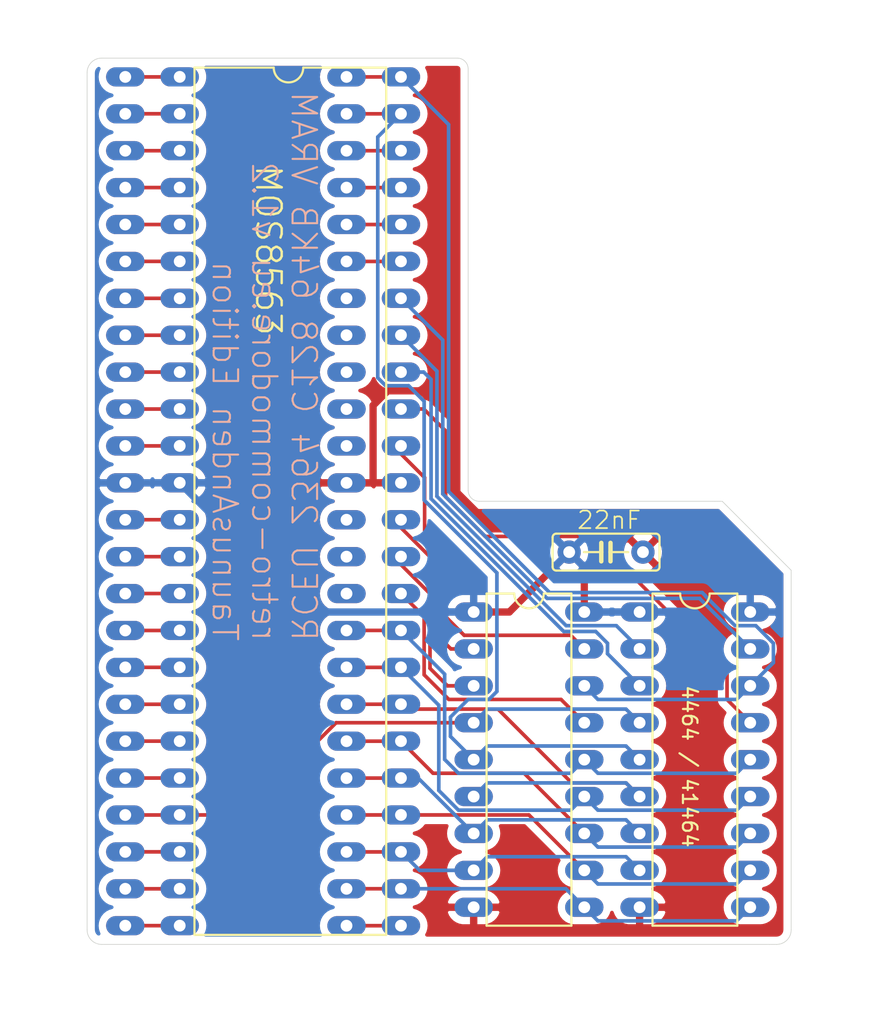
<source format=kicad_pcb>
(kicad_pcb (version 20171130) (host pcbnew "(5.1.8)-1")

  (general
    (thickness 1.6)
    (drawings 16)
    (tracks 228)
    (zones 0)
    (modules 5)
    (nets 57)
  )

  (page A4)
  (title_block
    (title "RCEU2364 C128 64KB VRAM")
    (date 2021-02-03)
    (rev v1.2)
    (company https://retro-commodore.eu)
    (comment 3 "Copyright (c) 2018-2021")
    (comment 4 "by Tomse")
  )

  (layers
    (0 Top signal)
    (31 Bottom signal)
    (32 B.Adhes user)
    (33 F.Adhes user)
    (34 B.Paste user)
    (35 F.Paste user)
    (36 B.SilkS user)
    (37 F.SilkS user)
    (38 B.Mask user)
    (39 F.Mask user)
    (40 Dwgs.User user)
    (41 Cmts.User user)
    (42 Eco1.User user)
    (43 Eco2.User user)
    (44 Edge.Cuts user)
    (45 Margin user)
    (46 B.CrtYd user)
    (47 F.CrtYd user)
    (48 B.Fab user)
    (49 F.Fab user)
  )

  (setup
    (last_trace_width 0.25)
    (trace_clearance 0.1524)
    (zone_clearance 0.508)
    (zone_45_only no)
    (trace_min 0.1524)
    (via_size 0.8)
    (via_drill 0.4)
    (via_min_size 0.4)
    (via_min_drill 0.3)
    (uvia_size 0.3)
    (uvia_drill 0.1)
    (uvias_allowed no)
    (uvia_min_size 0.2)
    (uvia_min_drill 0.1)
    (edge_width 0.05)
    (segment_width 0.2)
    (pcb_text_width 0.3)
    (pcb_text_size 1.5 1.5)
    (mod_edge_width 0.12)
    (mod_text_size 1 1)
    (mod_text_width 0.15)
    (pad_size 1.524 1.524)
    (pad_drill 0.762)
    (pad_to_mask_clearance 0)
    (aux_axis_origin 0 0)
    (visible_elements 7FFFFFFF)
    (pcbplotparams
      (layerselection 0x010fc_ffffffff)
      (usegerberextensions false)
      (usegerberattributes false)
      (usegerberadvancedattributes false)
      (creategerberjobfile false)
      (excludeedgelayer true)
      (linewidth 0.100000)
      (plotframeref false)
      (viasonmask false)
      (mode 1)
      (useauxorigin false)
      (hpglpennumber 1)
      (hpglpenspeed 20)
      (hpglpendiameter 15.000000)
      (psnegative false)
      (psa4output false)
      (plotreference true)
      (plotvalue true)
      (plotinvisibletext false)
      (padsonsilk false)
      (subtractmaskfromsilk false)
      (outputformat 1)
      (mirror false)
      (drillshape 0)
      (scaleselection 1)
      (outputdirectory "../Gerber/RCEU2364-C128-64KB-VRAM_V1.2/"))
  )

  (net 0 "")
  (net 1 VCC)
  (net 2 GND)
  (net 3 /~CAS)
  (net 4 /~RAS)
  (net 5 /R)
  (net 6 /G)
  (net 7 /B)
  (net 8 /I)
  (net 9 /DD2)
  (net 10 /DA7)
  (net 11 /DA6)
  (net 12 /DA5)
  (net 13 /DA4)
  (net 14 /DA3)
  (net 15 /DA2)
  (net 16 /DA1)
  (net 17 /DA0)
  (net 18 /LPEN)
  (net 19 /TEST)
  (net 20 /~RES)
  (net 21 /INIT)
  (net 22 /DR/~W)
  (net 23 /VSYNC)
  (net 24 /DISPEN)
  (net 25 /D0)
  (net 26 /D1)
  (net 27 /D2)
  (net 28 /D3)
  (net 29 /D4)
  (net 30 /D5)
  (net 31 /D6)
  (net 32 /D7)
  (net 33 /R/~W)
  (net 34 /~RS)
  (net 35 /~CS)
  (net 36 /N/C)
  (net 37 /NC)
  (net 38 /CS)
  (net 39 /HSYNC)
  (net 40 /~DCLK)
  (net 41 /CCLK)
  (net 42 "Net-(IC2-Pad42)")
  (net 43 "Net-(IC2-Pad41)")
  (net 44 "Net-(IC2-Pad40)")
  (net 45 "Net-(IC2-Pad39)")
  (net 46 "Net-(IC2-Pad38)")
  (net 47 "Net-(IC2-Pad36)")
  (net 48 "Net-(IC2-Pad35)")
  (net 49 "Net-(IC2-Pad34)")
  (net 50 /DD7)
  (net 51 /DD6)
  (net 52 /DD5)
  (net 53 /DD4)
  (net 54 /DD3)
  (net 55 /DD1)
  (net 56 /DD0)

  (net_class Default "This is the default net class."
    (clearance 0.1524)
    (trace_width 0.25)
    (via_dia 0.8)
    (via_drill 0.4)
    (uvia_dia 0.3)
    (uvia_drill 0.1)
    (add_net /B)
    (add_net /CCLK)
    (add_net /CS)
    (add_net /D0)
    (add_net /D1)
    (add_net /D2)
    (add_net /D3)
    (add_net /D4)
    (add_net /D5)
    (add_net /D6)
    (add_net /D7)
    (add_net /DA0)
    (add_net /DA1)
    (add_net /DA2)
    (add_net /DA3)
    (add_net /DA4)
    (add_net /DA5)
    (add_net /DA6)
    (add_net /DA7)
    (add_net /DD0)
    (add_net /DD1)
    (add_net /DD2)
    (add_net /DD3)
    (add_net /DD4)
    (add_net /DD5)
    (add_net /DD6)
    (add_net /DD7)
    (add_net /DISPEN)
    (add_net /DR/~W)
    (add_net /G)
    (add_net /HSYNC)
    (add_net /I)
    (add_net /INIT)
    (add_net /LPEN)
    (add_net /N/C)
    (add_net /NC)
    (add_net /R)
    (add_net /R/~W)
    (add_net /TEST)
    (add_net /VSYNC)
    (add_net /~CAS)
    (add_net /~CS)
    (add_net /~DCLK)
    (add_net /~RAS)
    (add_net /~RES)
    (add_net /~RS)
    (add_net "Net-(IC2-Pad34)")
    (add_net "Net-(IC2-Pad35)")
    (add_net "Net-(IC2-Pad36)")
    (add_net "Net-(IC2-Pad38)")
    (add_net "Net-(IC2-Pad39)")
    (add_net "Net-(IC2-Pad40)")
    (add_net "Net-(IC2-Pad41)")
    (add_net "Net-(IC2-Pad42)")
  )

  (net_class Power ""
    (clearance 0.1524)
    (trace_width 0.5)
    (via_dia 0.8)
    (via_drill 0.4)
    (uvia_dia 0.3)
    (uvia_drill 0.1)
    (add_net GND)
    (add_net VCC)
  )

  (module C128-VRAM-64K-Expansion:MOS8563 (layer Top) (tedit 0) (tstamp 5FD29BA5)
    (at 138.5 105 270)
    (descr "<b>Dual In Line Package</b>")
    (path /22F7723E)
    (fp_text reference IC1 (at -24.2536 0.12 270) (layer F.SilkS) hide
      (effects (font (size 1.6891 1.6891) (thickness 0.16891)) (justify left bottom))
    )
    (fp_text value MOS8563 (at -23.25 2.5 270 unlocked) (layer F.SilkS)
      (effects (font (size 1.6891 1.6891) (thickness 0.16891)) (justify left bottom))
    )
    (fp_line (start -29.845 6.604) (end -29.845 1.143) (layer F.SilkS) (width 0.1524))
    (fp_line (start -29.845 -6.604) (end -29.845 -0.889) (layer F.SilkS) (width 0.1524))
    (fp_line (start 29.845 -6.604) (end -29.845 -6.604) (layer F.SilkS) (width 0.1524))
    (fp_line (start 29.845 6.604) (end 29.845 -6.604) (layer F.SilkS) (width 0.1524))
    (fp_line (start -29.845 6.604) (end 29.845 6.604) (layer F.SilkS) (width 0.1524))
    (fp_arc (start -29.845 0.127) (end -29.845 -0.889) (angle 180) (layer F.SilkS) (width 0.1524))
    (pad 48 thru_hole oval (at -29.21 -7.62) (size 2.6416 1.3208) (drill 0.8128) (layers *.Cu *.Mask)
      (net 3 /~CAS) (solder_mask_margin 0.1016))
    (pad 47 thru_hole oval (at -26.67 -7.62) (size 2.6416 1.3208) (drill 0.8128) (layers *.Cu *.Mask)
      (net 4 /~RAS) (solder_mask_margin 0.1016))
    (pad 46 thru_hole oval (at -24.13 -7.62) (size 2.6416 1.3208) (drill 0.8128) (layers *.Cu *.Mask)
      (net 5 /R) (solder_mask_margin 0.1016))
    (pad 45 thru_hole oval (at -21.59 -7.62) (size 2.6416 1.3208) (drill 0.8128) (layers *.Cu *.Mask)
      (net 6 /G) (solder_mask_margin 0.1016))
    (pad 44 thru_hole oval (at -19.05 -7.62) (size 2.6416 1.3208) (drill 0.8128) (layers *.Cu *.Mask)
      (net 7 /B) (solder_mask_margin 0.1016))
    (pad 43 thru_hole oval (at -16.51 -7.62) (size 2.6416 1.3208) (drill 0.8128) (layers *.Cu *.Mask)
      (net 8 /I) (solder_mask_margin 0.1016))
    (pad 42 thru_hole oval (at -13.97 -7.62) (size 2.6416 1.3208) (drill 0.8128) (layers *.Cu *.Mask)
      (net 50 /DD7) (solder_mask_margin 0.1016))
    (pad 41 thru_hole oval (at -11.43 -7.62) (size 2.6416 1.3208) (drill 0.8128) (layers *.Cu *.Mask)
      (net 51 /DD6) (solder_mask_margin 0.1016))
    (pad 40 thru_hole oval (at -8.89 -7.62) (size 2.6416 1.3208) (drill 0.8128) (layers *.Cu *.Mask)
      (net 52 /DD5) (solder_mask_margin 0.1016))
    (pad 39 thru_hole oval (at -6.35 -7.62) (size 2.6416 1.3208) (drill 0.8128) (layers *.Cu *.Mask)
      (net 53 /DD4) (solder_mask_margin 0.1016))
    (pad 38 thru_hole oval (at -3.81 -7.62) (size 2.6416 1.3208) (drill 0.8128) (layers *.Cu *.Mask)
      (net 54 /DD3) (solder_mask_margin 0.1016))
    (pad 37 thru_hole oval (at -1.27 -7.62) (size 2.6416 1.3208) (drill 0.8128) (layers *.Cu *.Mask)
      (net 1 VCC) (solder_mask_margin 0.1016))
    (pad 36 thru_hole oval (at 1.27 -7.62) (size 2.6416 1.3208) (drill 0.8128) (layers *.Cu *.Mask)
      (net 9 /DD2) (solder_mask_margin 0.1016))
    (pad 35 thru_hole oval (at 3.81 -7.62) (size 2.6416 1.3208) (drill 0.8128) (layers *.Cu *.Mask)
      (net 55 /DD1) (solder_mask_margin 0.1016))
    (pad 34 thru_hole oval (at 6.35 -7.62) (size 2.6416 1.3208) (drill 0.8128) (layers *.Cu *.Mask)
      (net 56 /DD0) (solder_mask_margin 0.1016))
    (pad 33 thru_hole oval (at 8.89 -7.62) (size 2.6416 1.3208) (drill 0.8128) (layers *.Cu *.Mask)
      (net 10 /DA7) (solder_mask_margin 0.1016))
    (pad 32 thru_hole oval (at 11.43 -7.62) (size 2.6416 1.3208) (drill 0.8128) (layers *.Cu *.Mask)
      (net 11 /DA6) (solder_mask_margin 0.1016))
    (pad 31 thru_hole oval (at 13.97 -7.62) (size 2.6416 1.3208) (drill 0.8128) (layers *.Cu *.Mask)
      (net 12 /DA5) (solder_mask_margin 0.1016))
    (pad 30 thru_hole oval (at 16.51 -7.62) (size 2.6416 1.3208) (drill 0.8128) (layers *.Cu *.Mask)
      (net 13 /DA4) (solder_mask_margin 0.1016))
    (pad 29 thru_hole oval (at 19.05 -7.62) (size 2.6416 1.3208) (drill 0.8128) (layers *.Cu *.Mask)
      (net 14 /DA3) (solder_mask_margin 0.1016))
    (pad 28 thru_hole oval (at 21.59 -7.62) (size 2.6416 1.3208) (drill 0.8128) (layers *.Cu *.Mask)
      (net 15 /DA2) (solder_mask_margin 0.1016))
    (pad 27 thru_hole oval (at 24.13 -7.62) (size 2.6416 1.3208) (drill 0.8128) (layers *.Cu *.Mask)
      (net 16 /DA1) (solder_mask_margin 0.1016))
    (pad 26 thru_hole oval (at 26.67 -7.62) (size 2.6416 1.3208) (drill 0.8128) (layers *.Cu *.Mask)
      (net 17 /DA0) (solder_mask_margin 0.1016))
    (pad 25 thru_hole oval (at 29.21 -7.62) (size 2.6416 1.3208) (drill 0.8128) (layers *.Cu *.Mask)
      (net 18 /LPEN) (solder_mask_margin 0.1016))
    (pad 24 thru_hole oval (at 29.21 7.62) (size 2.6416 1.3208) (drill 0.8128) (layers *.Cu *.Mask)
      (net 19 /TEST) (solder_mask_margin 0.1016))
    (pad 23 thru_hole oval (at 26.67 7.62) (size 2.6416 1.3208) (drill 0.8128) (layers *.Cu *.Mask)
      (net 20 /~RES) (solder_mask_margin 0.1016))
    (pad 22 thru_hole oval (at 24.13 7.62) (size 2.6416 1.3208) (drill 0.8128) (layers *.Cu *.Mask)
      (net 21 /INIT) (solder_mask_margin 0.1016))
    (pad 21 thru_hole oval (at 21.59 7.62) (size 2.6416 1.3208) (drill 0.8128) (layers *.Cu *.Mask)
      (net 22 /DR/~W) (solder_mask_margin 0.1016))
    (pad 20 thru_hole oval (at 19.05 7.62) (size 2.6416 1.3208) (drill 0.8128) (layers *.Cu *.Mask)
      (net 23 /VSYNC) (solder_mask_margin 0.1016))
    (pad 19 thru_hole oval (at 16.51 7.62) (size 2.6416 1.3208) (drill 0.8128) (layers *.Cu *.Mask)
      (net 24 /DISPEN) (solder_mask_margin 0.1016))
    (pad 18 thru_hole oval (at 13.97 7.62) (size 2.6416 1.3208) (drill 0.8128) (layers *.Cu *.Mask)
      (net 25 /D0) (solder_mask_margin 0.1016))
    (pad 17 thru_hole oval (at 11.43 7.62) (size 2.6416 1.3208) (drill 0.8128) (layers *.Cu *.Mask)
      (net 26 /D1) (solder_mask_margin 0.1016))
    (pad 16 thru_hole oval (at 8.89 7.62) (size 2.6416 1.3208) (drill 0.8128) (layers *.Cu *.Mask)
      (net 27 /D2) (solder_mask_margin 0.1016))
    (pad 15 thru_hole oval (at 6.35 7.62) (size 2.6416 1.3208) (drill 0.8128) (layers *.Cu *.Mask)
      (net 28 /D3) (solder_mask_margin 0.1016))
    (pad 14 thru_hole oval (at 3.81 7.62) (size 2.6416 1.3208) (drill 0.8128) (layers *.Cu *.Mask)
      (net 29 /D4) (solder_mask_margin 0.1016))
    (pad 13 thru_hole oval (at 1.27 7.62) (size 2.6416 1.3208) (drill 0.8128) (layers *.Cu *.Mask)
      (net 30 /D5) (solder_mask_margin 0.1016))
    (pad 12 thru_hole oval (at -1.27 7.62) (size 2.6416 1.3208) (drill 0.8128) (layers *.Cu *.Mask)
      (net 2 GND) (solder_mask_margin 0.1016))
    (pad 11 thru_hole oval (at -3.81 7.62) (size 2.6416 1.3208) (drill 0.8128) (layers *.Cu *.Mask)
      (net 31 /D6) (solder_mask_margin 0.1016))
    (pad 10 thru_hole oval (at -6.35 7.62) (size 2.6416 1.3208) (drill 0.8128) (layers *.Cu *.Mask)
      (net 32 /D7) (solder_mask_margin 0.1016))
    (pad 9 thru_hole oval (at -8.89 7.62) (size 2.6416 1.3208) (drill 0.8128) (layers *.Cu *.Mask)
      (net 33 /R/~W) (solder_mask_margin 0.1016))
    (pad 8 thru_hole oval (at -11.43 7.62) (size 2.6416 1.3208) (drill 0.8128) (layers *.Cu *.Mask)
      (net 34 /~RS) (solder_mask_margin 0.1016))
    (pad 7 thru_hole oval (at -13.97 7.62) (size 2.6416 1.3208) (drill 0.8128) (layers *.Cu *.Mask)
      (net 35 /~CS) (solder_mask_margin 0.1016))
    (pad 6 thru_hole oval (at -16.51 7.62) (size 2.6416 1.3208) (drill 0.8128) (layers *.Cu *.Mask)
      (net 36 /N/C) (solder_mask_margin 0.1016))
    (pad 5 thru_hole oval (at -19.05 7.62) (size 2.6416 1.3208) (drill 0.8128) (layers *.Cu *.Mask)
      (net 37 /NC) (solder_mask_margin 0.1016))
    (pad 4 thru_hole oval (at -21.59 7.62) (size 2.6416 1.3208) (drill 0.8128) (layers *.Cu *.Mask)
      (net 38 /CS) (solder_mask_margin 0.1016))
    (pad 3 thru_hole oval (at -24.13 7.62) (size 2.6416 1.3208) (drill 0.8128) (layers *.Cu *.Mask)
      (net 39 /HSYNC) (solder_mask_margin 0.1016))
    (pad 2 thru_hole oval (at -26.67 7.62) (size 2.6416 1.3208) (drill 0.8128) (layers *.Cu *.Mask)
      (net 40 /~DCLK) (solder_mask_margin 0.1016))
    (pad 1 thru_hole oval (at -29.21 7.62) (size 2.6416 1.3208) (drill 0.8128) (layers *.Cu *.Mask)
      (net 41 /CCLK) (solder_mask_margin 0.1016))
    (model ${KISYS3DMOD}/Package_DIP.3dshapes/DIP-48_W15.24mm_Socket.step
      (offset (xyz -29.2 -7.6 0))
      (scale (xyz 1 1 1))
      (rotate (xyz 0 0 -90))
    )
  )

  (module C128-VRAM-64K-Expansion:DIL48 (layer Top) (tedit 5FD29BDE) (tstamp 5FD29BDE)
    (at 134.75 105.0036 270)
    (descr "<b>Dual In Line Package</b>")
    (path /BC34DC86)
    (fp_text reference IC2 (at -30.226 6.35) (layer F.SilkS) hide
      (effects (font (size 1.6891 1.6891) (thickness 0.16891)) (justify left bottom))
    )
    (fp_text value DIL48 (at -16.637 1.016 270) (layer F.Fab)
      (effects (font (size 1.6891 1.6891) (thickness 0.16891)) (justify right bottom))
    )
    (pad 48 thru_hole oval (at -29.21 -7.62) (size 2.6416 1.3208) (drill 0.8128) (layers *.Cu *.Mask)
      (net 3 /~CAS) (solder_mask_margin 0.1016))
    (pad 47 thru_hole oval (at -26.67 -7.62) (size 2.6416 1.3208) (drill 0.8128) (layers *.Cu *.Mask)
      (net 4 /~RAS) (solder_mask_margin 0.1016))
    (pad 46 thru_hole oval (at -24.13 -7.62) (size 2.6416 1.3208) (drill 0.8128) (layers *.Cu *.Mask)
      (net 5 /R) (solder_mask_margin 0.1016))
    (pad 45 thru_hole oval (at -21.59 -7.62) (size 2.6416 1.3208) (drill 0.8128) (layers *.Cu *.Mask)
      (net 6 /G) (solder_mask_margin 0.1016))
    (pad 44 thru_hole oval (at -19.05 -7.62) (size 2.6416 1.3208) (drill 0.8128) (layers *.Cu *.Mask)
      (net 7 /B) (solder_mask_margin 0.1016))
    (pad 43 thru_hole oval (at -16.51 -7.62) (size 2.6416 1.3208) (drill 0.8128) (layers *.Cu *.Mask)
      (net 8 /I) (solder_mask_margin 0.1016))
    (pad 42 thru_hole oval (at -13.97 -7.62) (size 2.6416 1.3208) (drill 0.8128) (layers *.Cu *.Mask)
      (net 42 "Net-(IC2-Pad42)") (solder_mask_margin 0.1016))
    (pad 41 thru_hole oval (at -11.43 -7.62) (size 2.6416 1.3208) (drill 0.8128) (layers *.Cu *.Mask)
      (net 43 "Net-(IC2-Pad41)") (solder_mask_margin 0.1016))
    (pad 40 thru_hole oval (at -8.89 -7.62) (size 2.6416 1.3208) (drill 0.8128) (layers *.Cu *.Mask)
      (net 44 "Net-(IC2-Pad40)") (solder_mask_margin 0.1016))
    (pad 39 thru_hole oval (at -6.35 -7.62) (size 2.6416 1.3208) (drill 0.8128) (layers *.Cu *.Mask)
      (net 45 "Net-(IC2-Pad39)") (solder_mask_margin 0.1016))
    (pad 38 thru_hole oval (at -3.81 -7.62) (size 2.6416 1.3208) (drill 0.8128) (layers *.Cu *.Mask)
      (net 46 "Net-(IC2-Pad38)") (solder_mask_margin 0.1016))
    (pad 37 thru_hole oval (at -1.27 -7.62) (size 2.6416 1.3208) (drill 0.8128) (layers *.Cu *.Mask)
      (net 1 VCC) (solder_mask_margin 0.1016))
    (pad 36 thru_hole oval (at 1.27 -7.62) (size 2.6416 1.3208) (drill 0.8128) (layers *.Cu *.Mask)
      (net 47 "Net-(IC2-Pad36)") (solder_mask_margin 0.1016))
    (pad 35 thru_hole oval (at 3.81 -7.62) (size 2.6416 1.3208) (drill 0.8128) (layers *.Cu *.Mask)
      (net 48 "Net-(IC2-Pad35)") (solder_mask_margin 0.1016))
    (pad 34 thru_hole oval (at 6.35 -7.62) (size 2.6416 1.3208) (drill 0.8128) (layers *.Cu *.Mask)
      (net 49 "Net-(IC2-Pad34)") (solder_mask_margin 0.1016))
    (pad 33 thru_hole oval (at 8.89 -7.62) (size 2.6416 1.3208) (drill 0.8128) (layers *.Cu *.Mask)
      (net 10 /DA7) (solder_mask_margin 0.1016))
    (pad 32 thru_hole oval (at 11.43 -7.62) (size 2.6416 1.3208) (drill 0.8128) (layers *.Cu *.Mask)
      (net 11 /DA6) (solder_mask_margin 0.1016))
    (pad 31 thru_hole oval (at 13.97 -7.62) (size 2.6416 1.3208) (drill 0.8128) (layers *.Cu *.Mask)
      (net 12 /DA5) (solder_mask_margin 0.1016))
    (pad 30 thru_hole oval (at 16.51 -7.62) (size 2.6416 1.3208) (drill 0.8128) (layers *.Cu *.Mask)
      (net 13 /DA4) (solder_mask_margin 0.1016))
    (pad 29 thru_hole oval (at 19.05 -7.62) (size 2.6416 1.3208) (drill 0.8128) (layers *.Cu *.Mask)
      (net 14 /DA3) (solder_mask_margin 0.1016))
    (pad 28 thru_hole oval (at 21.59 -7.62) (size 2.6416 1.3208) (drill 0.8128) (layers *.Cu *.Mask)
      (net 15 /DA2) (solder_mask_margin 0.1016))
    (pad 27 thru_hole oval (at 24.13 -7.62) (size 2.6416 1.3208) (drill 0.8128) (layers *.Cu *.Mask)
      (net 16 /DA1) (solder_mask_margin 0.1016))
    (pad 26 thru_hole oval (at 26.67 -7.62) (size 2.6416 1.3208) (drill 0.8128) (layers *.Cu *.Mask)
      (net 17 /DA0) (solder_mask_margin 0.1016))
    (pad 25 thru_hole oval (at 29.21 -7.62) (size 2.6416 1.3208) (drill 0.8128) (layers *.Cu *.Mask)
      (net 18 /LPEN) (solder_mask_margin 0.1016))
    (pad 24 thru_hole oval (at 29.21 7.62) (size 2.6416 1.3208) (drill 0.8128) (layers *.Cu *.Mask)
      (net 19 /TEST) (solder_mask_margin 0.1016))
    (pad 23 thru_hole oval (at 26.67 7.62) (size 2.6416 1.3208) (drill 0.8128) (layers *.Cu *.Mask)
      (net 20 /~RES) (solder_mask_margin 0.1016))
    (pad 22 thru_hole oval (at 24.13 7.62) (size 2.6416 1.3208) (drill 0.8128) (layers *.Cu *.Mask)
      (net 21 /INIT) (solder_mask_margin 0.1016))
    (pad 21 thru_hole oval (at 21.59 7.62) (size 2.6416 1.3208) (drill 0.8128) (layers *.Cu *.Mask)
      (net 22 /DR/~W) (solder_mask_margin 0.1016))
    (pad 20 thru_hole oval (at 19.05 7.62) (size 2.6416 1.3208) (drill 0.8128) (layers *.Cu *.Mask)
      (net 23 /VSYNC) (solder_mask_margin 0.1016))
    (pad 19 thru_hole oval (at 16.51 7.62) (size 2.6416 1.3208) (drill 0.8128) (layers *.Cu *.Mask)
      (net 24 /DISPEN) (solder_mask_margin 0.1016))
    (pad 18 thru_hole oval (at 13.97 7.62) (size 2.6416 1.3208) (drill 0.8128) (layers *.Cu *.Mask)
      (net 25 /D0) (solder_mask_margin 0.1016))
    (pad 17 thru_hole oval (at 11.43 7.62) (size 2.6416 1.3208) (drill 0.8128) (layers *.Cu *.Mask)
      (net 26 /D1) (solder_mask_margin 0.1016))
    (pad 16 thru_hole oval (at 8.89 7.62) (size 2.6416 1.3208) (drill 0.8128) (layers *.Cu *.Mask)
      (net 27 /D2) (solder_mask_margin 0.1016))
    (pad 15 thru_hole oval (at 6.35 7.62) (size 2.6416 1.3208) (drill 0.8128) (layers *.Cu *.Mask)
      (net 28 /D3) (solder_mask_margin 0.1016))
    (pad 14 thru_hole oval (at 3.81 7.62) (size 2.6416 1.3208) (drill 0.8128) (layers *.Cu *.Mask)
      (net 29 /D4) (solder_mask_margin 0.1016))
    (pad 13 thru_hole oval (at 1.27 7.62) (size 2.6416 1.3208) (drill 0.8128) (layers *.Cu *.Mask)
      (net 30 /D5) (solder_mask_margin 0.1016))
    (pad 12 thru_hole oval (at -1.27 7.62) (size 2.6416 1.3208) (drill 0.8128) (layers *.Cu *.Mask)
      (net 2 GND) (solder_mask_margin 0.1016))
    (pad 11 thru_hole oval (at -3.81 7.62) (size 2.6416 1.3208) (drill 0.8128) (layers *.Cu *.Mask)
      (net 31 /D6) (solder_mask_margin 0.1016))
    (pad 10 thru_hole oval (at -6.35 7.62) (size 2.6416 1.3208) (drill 0.8128) (layers *.Cu *.Mask)
      (net 32 /D7) (solder_mask_margin 0.1016))
    (pad 9 thru_hole oval (at -8.89 7.62) (size 2.6416 1.3208) (drill 0.8128) (layers *.Cu *.Mask)
      (net 33 /R/~W) (solder_mask_margin 0.1016))
    (pad 8 thru_hole oval (at -11.43 7.62) (size 2.6416 1.3208) (drill 0.8128) (layers *.Cu *.Mask)
      (net 34 /~RS) (solder_mask_margin 0.1016))
    (pad 7 thru_hole oval (at -13.97 7.62) (size 2.6416 1.3208) (drill 0.8128) (layers *.Cu *.Mask)
      (net 35 /~CS) (solder_mask_margin 0.1016))
    (pad 6 thru_hole oval (at -16.51 7.62) (size 2.6416 1.3208) (drill 0.8128) (layers *.Cu *.Mask)
      (net 36 /N/C) (solder_mask_margin 0.1016))
    (pad 5 thru_hole oval (at -19.05 7.62) (size 2.6416 1.3208) (drill 0.8128) (layers *.Cu *.Mask)
      (net 37 /NC) (solder_mask_margin 0.1016))
    (pad 4 thru_hole oval (at -21.59 7.62) (size 2.6416 1.3208) (drill 0.8128) (layers *.Cu *.Mask)
      (net 38 /CS) (solder_mask_margin 0.1016))
    (pad 3 thru_hole oval (at -24.13 7.62) (size 2.6416 1.3208) (drill 0.8128) (layers *.Cu *.Mask)
      (net 39 /HSYNC) (solder_mask_margin 0.1016))
    (pad 2 thru_hole oval (at -26.67 7.62) (size 2.6416 1.3208) (drill 0.8128) (layers *.Cu *.Mask)
      (net 40 /~DCLK) (solder_mask_margin 0.1016))
    (pad 1 thru_hole oval (at -29.21 7.62) (size 2.6416 1.3208) (drill 0.8128) (layers *.Cu *.Mask)
      (net 41 /CCLK) (solder_mask_margin 0.1016))
    (model ${KISYS3DMOD}/Connector_PinHeader_2.54mm.3dshapes/PinHeader_1x24_P2.54mm_Vertical.step
      (offset (xyz -29.2 -7.6 -2))
      (scale (xyz 1 1 1))
      (rotate (xyz 0 -180 -90))
    )
    (model ${KISYS3DMOD}/Connector_PinHeader_2.54mm.3dshapes/PinHeader_1x24_P2.54mm_Vertical.step
      (offset (xyz -29.2 7.6 -2))
      (scale (xyz 1 1 1))
      (rotate (xyz 0 -180 -90))
    )
  )

  (module C128-VRAM-64K-Expansion:DIL18 (layer Top) (tedit 0) (tstamp 5FFBEE5C)
    (at 154.94 122.7836 270)
    (descr "<b>Dual In Line Package</b>")
    (path /B686635D)
    (fp_text reference IC3 (at -11.684 3.048) (layer F.SilkS) hide
      (effects (font (size 1.2065 1.2065) (thickness 0.12065)) (justify left bottom))
    )
    (fp_text value 41464C (at -9.525 0.635 90) (layer F.Fab)
      (effects (font (size 1.2065 1.2065) (thickness 0.12065)) (justify left bottom))
    )
    (fp_line (start -11.43 2.921) (end -11.43 1.016) (layer F.SilkS) (width 0.1524))
    (fp_line (start -11.43 -2.921) (end -11.43 -1.016) (layer F.SilkS) (width 0.1524))
    (fp_line (start 11.43 -2.921) (end 11.43 2.921) (layer F.SilkS) (width 0.1524))
    (fp_line (start -11.43 2.921) (end 11.43 2.921) (layer F.SilkS) (width 0.1524))
    (fp_line (start 11.43 -2.921) (end -11.43 -2.921) (layer F.SilkS) (width 0.1524))
    (fp_arc (start -11.43 0) (end -11.43 -1.016) (angle 180) (layer F.SilkS) (width 0.1524))
    (pad 18 thru_hole oval (at -10.16 -3.81) (size 2.6416 1.3208) (drill 0.8128) (layers *.Cu *.Mask)
      (net 2 GND) (solder_mask_margin 0.1016))
    (pad 17 thru_hole oval (at -7.62 -3.81) (size 2.6416 1.3208) (drill 0.8128) (layers *.Cu *.Mask)
      (net 54 /DD3) (solder_mask_margin 0.1016))
    (pad 16 thru_hole oval (at -5.08 -3.81) (size 2.6416 1.3208) (drill 0.8128) (layers *.Cu *.Mask)
      (net 3 /~CAS) (solder_mask_margin 0.1016))
    (pad 15 thru_hole oval (at -2.54 -3.81) (size 2.6416 1.3208) (drill 0.8128) (layers *.Cu *.Mask)
      (net 56 /DD0) (solder_mask_margin 0.1016))
    (pad 14 thru_hole oval (at 0 -3.81) (size 2.6416 1.3208) (drill 0.8128) (layers *.Cu *.Mask)
      (net 10 /DA7) (solder_mask_margin 0.1016))
    (pad 13 thru_hole oval (at 2.54 -3.81) (size 2.6416 1.3208) (drill 0.8128) (layers *.Cu *.Mask)
      (net 11 /DA6) (solder_mask_margin 0.1016))
    (pad 12 thru_hole oval (at 5.08 -3.81) (size 2.6416 1.3208) (drill 0.8128) (layers *.Cu *.Mask)
      (net 13 /DA4) (solder_mask_margin 0.1016))
    (pad 11 thru_hole oval (at 7.62 -3.81) (size 2.6416 1.3208) (drill 0.8128) (layers *.Cu *.Mask)
      (net 15 /DA2) (solder_mask_margin 0.1016))
    (pad 10 thru_hole oval (at 10.16 -3.81) (size 2.6416 1.3208) (drill 0.8128) (layers *.Cu *.Mask)
      (net 17 /DA0) (solder_mask_margin 0.1016))
    (pad 9 thru_hole oval (at 10.16 3.81) (size 2.6416 1.3208) (drill 0.8128) (layers *.Cu *.Mask)
      (net 1 VCC) (solder_mask_margin 0.1016))
    (pad 5 thru_hole oval (at 0 3.81) (size 2.6416 1.3208) (drill 0.8128) (layers *.Cu *.Mask)
      (net 4 /~RAS) (solder_mask_margin 0.1016))
    (pad 6 thru_hole oval (at 2.54 3.81) (size 2.6416 1.3208) (drill 0.8128) (layers *.Cu *.Mask)
      (net 12 /DA5) (solder_mask_margin 0.1016))
    (pad 4 thru_hole oval (at -2.54 3.81) (size 2.6416 1.3208) (drill 0.8128) (layers *.Cu *.Mask)
      (net 22 /DR/~W) (solder_mask_margin 0.1016))
    (pad 3 thru_hole oval (at -5.08 3.81) (size 2.6416 1.3208) (drill 0.8128) (layers *.Cu *.Mask)
      (net 55 /DD1) (solder_mask_margin 0.1016))
    (pad 8 thru_hole oval (at 7.62 3.81) (size 2.6416 1.3208) (drill 0.8128) (layers *.Cu *.Mask)
      (net 16 /DA1) (solder_mask_margin 0.1016))
    (pad 7 thru_hole oval (at 5.08 3.81) (size 2.6416 1.3208) (drill 0.8128) (layers *.Cu *.Mask)
      (net 14 /DA3) (solder_mask_margin 0.1016))
    (pad 2 thru_hole oval (at -7.62 3.81) (size 2.6416 1.3208) (drill 0.8128) (layers *.Cu *.Mask)
      (net 9 /DD2) (solder_mask_margin 0.1016))
    (pad 1 thru_hole oval (at -10.16 3.81) (size 2.6416 1.3208) (drill 0.8128) (layers *.Cu *.Mask)
      (net 2 GND) (solder_mask_margin 0.1016))
    (model ${KISYS3DMOD}/Package_DIP.3dshapes/DIP-18_W7.62mm.step
      (offset (xyz -10.2 -3.8 0))
      (scale (xyz 1 1 1))
      (rotate (xyz 0 0 -90))
    )
  )

  (module C128-VRAM-64K-Expansion:C5B2.5 (layer Top) (tedit 0) (tstamp 5FD29B92)
    (at 160.25 108.5 180)
    (descr "<B>MKS2</B>, 7.5 x 2.5 mm, grid 5.08 mm")
    (path /65963FEF)
    (fp_text reference C1 (at -2.032 -1.524) (layer F.SilkS) hide
      (effects (font (size 1.2065 1.2065) (thickness 0.12065)) (justify right bottom))
    )
    (fp_text value 22nF (at -2.5 1.5) (layer F.SilkS)
      (effects (font (size 1.2065 1.2065) (thickness 0.12065)) (justify right bottom))
    )
    (fp_line (start 3.429 -1.27) (end -3.429 -1.27) (layer F.SilkS) (width 0.1524))
    (fp_line (start 3.683 1.016) (end 3.683 -1.016) (layer F.SilkS) (width 0.1524))
    (fp_line (start -3.429 1.27) (end 3.429 1.27) (layer F.SilkS) (width 0.1524))
    (fp_line (start -3.683 -1.016) (end -3.683 1.016) (layer F.SilkS) (width 0.1524))
    (fp_line (start 0.3302 0) (end 1.524 0) (layer F.SilkS) (width 0.1524))
    (fp_line (start 0.3302 0) (end 0.3302 0.635) (layer F.SilkS) (width 0.3048))
    (fp_line (start 0.3302 -0.635) (end 0.3302 0) (layer F.SilkS) (width 0.3048))
    (fp_line (start -0.3048 0) (end -1.524 0) (layer F.SilkS) (width 0.1524))
    (fp_line (start -0.3048 0) (end -0.3048 0.635) (layer F.SilkS) (width 0.3048))
    (fp_line (start -0.3048 -0.635) (end -0.3048 0) (layer F.SilkS) (width 0.3048))
    (fp_arc (start -3.429 -1.016) (end -3.683 -1.016) (angle 90) (layer F.SilkS) (width 0.1524))
    (fp_arc (start -3.429 1.016) (end -3.683 1.016) (angle -90) (layer F.SilkS) (width 0.1524))
    (fp_arc (start 3.429 1.016) (end 3.429 1.27) (angle -90) (layer F.SilkS) (width 0.1524))
    (fp_arc (start 3.429 -1.016) (end 3.429 -1.27) (angle 90) (layer F.SilkS) (width 0.1524))
    (pad 2 thru_hole circle (at 2.54 0 180) (size 1.6002 1.6002) (drill 0.8128) (layers *.Cu *.Mask)
      (net 2 GND) (solder_mask_margin 0.1016))
    (pad 1 thru_hole circle (at -2.54 0 180) (size 1.6002 1.6002) (drill 0.8128) (layers *.Cu *.Mask)
      (net 1 VCC) (solder_mask_margin 0.1016))
    (model ${KISYS3DMOD}/Capacitor_THT.3dshapes/C_Disc_D4.3mm_W1.9mm_P5.00mm.step
      (offset (xyz -2.5 0 0))
      (scale (xyz 1 1 1))
      (rotate (xyz 0 0 0))
    )
  )

  (module C128-VRAM-64K-Expansion:DIL18 (layer Top) (tedit 0) (tstamp 5FD29C32)
    (at 166.37 122.7836 270)
    (descr "<b>Dual In Line Package</b>")
    (path /FA55F29D)
    (fp_text reference IC4 (at -11.684 3.048) (layer F.SilkS) hide
      (effects (font (size 1.2065 1.2065) (thickness 0.12065)) (justify left bottom))
    )
    (fp_text value 41464C (at -9.525 0.635 90) (layer F.Fab)
      (effects (font (size 1.2065 1.2065) (thickness 0.12065)) (justify left bottom))
    )
    (fp_line (start -11.43 2.921) (end -11.43 1.016) (layer F.SilkS) (width 0.1524))
    (fp_line (start -11.43 -2.921) (end -11.43 -1.016) (layer F.SilkS) (width 0.1524))
    (fp_line (start 11.43 -2.921) (end 11.43 2.921) (layer F.SilkS) (width 0.1524))
    (fp_line (start -11.43 2.921) (end 11.43 2.921) (layer F.SilkS) (width 0.1524))
    (fp_line (start 11.43 -2.921) (end -11.43 -2.921) (layer F.SilkS) (width 0.1524))
    (fp_arc (start -11.43 0) (end -11.43 -1.016) (angle 180) (layer F.SilkS) (width 0.1524))
    (pad 18 thru_hole oval (at -10.16 -3.81) (size 2.6416 1.3208) (drill 0.8128) (layers *.Cu *.Mask)
      (net 2 GND) (solder_mask_margin 0.1016))
    (pad 17 thru_hole oval (at -7.62 -3.81) (size 2.6416 1.3208) (drill 0.8128) (layers *.Cu *.Mask)
      (net 50 /DD7) (solder_mask_margin 0.1016))
    (pad 16 thru_hole oval (at -5.08 -3.81) (size 2.6416 1.3208) (drill 0.8128) (layers *.Cu *.Mask)
      (net 3 /~CAS) (solder_mask_margin 0.1016))
    (pad 15 thru_hole oval (at -2.54 -3.81) (size 2.6416 1.3208) (drill 0.8128) (layers *.Cu *.Mask)
      (net 53 /DD4) (solder_mask_margin 0.1016))
    (pad 14 thru_hole oval (at 0 -3.81) (size 2.6416 1.3208) (drill 0.8128) (layers *.Cu *.Mask)
      (net 10 /DA7) (solder_mask_margin 0.1016))
    (pad 13 thru_hole oval (at 2.54 -3.81) (size 2.6416 1.3208) (drill 0.8128) (layers *.Cu *.Mask)
      (net 11 /DA6) (solder_mask_margin 0.1016))
    (pad 12 thru_hole oval (at 5.08 -3.81) (size 2.6416 1.3208) (drill 0.8128) (layers *.Cu *.Mask)
      (net 13 /DA4) (solder_mask_margin 0.1016))
    (pad 11 thru_hole oval (at 7.62 -3.81) (size 2.6416 1.3208) (drill 0.8128) (layers *.Cu *.Mask)
      (net 15 /DA2) (solder_mask_margin 0.1016))
    (pad 10 thru_hole oval (at 10.16 -3.81) (size 2.6416 1.3208) (drill 0.8128) (layers *.Cu *.Mask)
      (net 17 /DA0) (solder_mask_margin 0.1016))
    (pad 9 thru_hole oval (at 10.16 3.81) (size 2.6416 1.3208) (drill 0.8128) (layers *.Cu *.Mask)
      (net 1 VCC) (solder_mask_margin 0.1016))
    (pad 5 thru_hole oval (at 0 3.81) (size 2.6416 1.3208) (drill 0.8128) (layers *.Cu *.Mask)
      (net 4 /~RAS) (solder_mask_margin 0.1016))
    (pad 6 thru_hole oval (at 2.54 3.81) (size 2.6416 1.3208) (drill 0.8128) (layers *.Cu *.Mask)
      (net 12 /DA5) (solder_mask_margin 0.1016))
    (pad 4 thru_hole oval (at -2.54 3.81) (size 2.6416 1.3208) (drill 0.8128) (layers *.Cu *.Mask)
      (net 22 /DR/~W) (solder_mask_margin 0.1016))
    (pad 3 thru_hole oval (at -5.08 3.81) (size 2.6416 1.3208) (drill 0.8128) (layers *.Cu *.Mask)
      (net 52 /DD5) (solder_mask_margin 0.1016))
    (pad 8 thru_hole oval (at 7.62 3.81) (size 2.6416 1.3208) (drill 0.8128) (layers *.Cu *.Mask)
      (net 16 /DA1) (solder_mask_margin 0.1016))
    (pad 7 thru_hole oval (at 5.08 3.81) (size 2.6416 1.3208) (drill 0.8128) (layers *.Cu *.Mask)
      (net 14 /DA3) (solder_mask_margin 0.1016))
    (pad 2 thru_hole oval (at -7.62 3.81) (size 2.6416 1.3208) (drill 0.8128) (layers *.Cu *.Mask)
      (net 51 /DD6) (solder_mask_margin 0.1016))
    (pad 1 thru_hole oval (at -10.16 3.81) (size 2.6416 1.3208) (drill 0.8128) (layers *.Cu *.Mask)
      (net 2 GND) (solder_mask_margin 0.1016))
    (model ${KISYS3DMOD}/Package_DIP.3dshapes/DIP-18_W7.62mm.step
      (offset (xyz -10.2 -3.8 0))
      (scale (xyz 1 1 1))
      (rotate (xyz 0 0 -90))
    )
  )

  (gr_text "4464 / 41464" (at 166 123.25 270) (layer F.SilkS) (tstamp 5FFBE749)
    (effects (font (size 1 1) (thickness 0.15)))
  )
  (gr_line (start 168.25 105) (end 167.75 105) (layer Edge.Cuts) (width 0.05) (tstamp 5FFB6B46))
  (gr_line (start 173 109.75) (end 168.25 105) (layer Edge.Cuts) (width 0.05))
  (gr_line (start 171.5 135.5) (end 172 135.5) (layer Edge.Cuts) (width 0.05) (tstamp 5FFB6B45))
  (gr_arc (start 150 75.25) (end 150.75 75.25) (angle -90) (layer Edge.Cuts) (width 0.05))
  (gr_line (start 125.5 74.5) (end 150 74.5) (layer Edge.Cuts) (width 0.05))
  (gr_line (start 150.75 104.25) (end 150.75 75.25) (layer Edge.Cuts) (width 0.05))
  (gr_line (start 151.5 105) (end 167.75 105) (layer Edge.Cuts) (width 0.05) (tstamp 5FFB6A0D))
  (gr_line (start 173 134.5) (end 173 109.75) (layer Edge.Cuts) (width 0.05))
  (gr_line (start 125.5 135.5) (end 171.5 135.5) (layer Edge.Cuts) (width 0.05) (tstamp 5FFB6A0C))
  (gr_line (start 124.5 134.5) (end 124.5 75.5) (layer Edge.Cuts) (width 0.05) (tstamp 5FFB6A0B))
  (gr_arc (start 125.5 134.5) (end 124.5 134.5) (angle -90) (layer Edge.Cuts) (width 0.05))
  (gr_arc (start 172 134.5) (end 172 135.5) (angle -90) (layer Edge.Cuts) (width 0.05))
  (gr_arc (start 151.5 104.25) (end 150.75 104.25) (angle -90) (layer Edge.Cuts) (width 0.05))
  (gr_arc (start 125.5 75.5) (end 125.5 74.5) (angle -90) (layer Edge.Cuts) (width 0.05))
  (gr_text "RCEU 2364 C128 64KB VRAM\nretro-commodore.eu v1.2\nTaunusAnden Edition" (at 133 114.75 -90) (layer B.SilkS) (tstamp 5FFB59BB)
    (effects (font (size 1.6891 1.6891) (thickness 0.14224)) (justify left bottom mirror))
  )

  (segment (start 161.185089 106.895089) (end 162.79 108.5) (width 0.5) (layer Top) (net 1))
  (segment (start 152.471427 106.895089) (end 161.185089 106.895089) (width 0.5) (layer Top) (net 1))
  (segment (start 149.725 104.148662) (end 152.471427 106.895089) (width 0.5) (layer Top) (net 1))
  (segment (start 149.725 99.325) (end 149.725 104.148662) (width 0.5) (layer Top) (net 1))
  (segment (start 147.8 97.4) (end 149.725 99.325) (width 0.5) (layer Top) (net 1))
  (segment (start 145.20656 97.4) (end 147.8 97.4) (width 0.5) (layer Top) (net 1))
  (segment (start 144.2 98.40656) (end 145.20656 97.4) (width 0.5) (layer Top) (net 1))
  (segment (start 144.2 103.8) (end 144.2 98.40656) (width 0.5) (layer Top) (net 1))
  (segment (start 130.8764 103.7336) (end 130.88 103.73) (width 0.25) (layer Top) (net 2))
  (segment (start 127.13 103.7336) (end 130.8764 103.7336) (width 0.25) (layer Top) (net 2))
  (segment (start 158.75 109.54) (end 157.71 108.5) (width 0.5) (layer Top) (net 2))
  (segment (start 158.75 112.6236) (end 158.75 109.54) (width 0.5) (layer Top) (net 2))
  (segment (start 153.5864 112.6236) (end 157.71 108.5) (width 0.5) (layer Top) (net 2))
  (segment (start 151.13 112.6236) (end 153.5864 112.6236) (width 0.5) (layer Top) (net 2))
  (segment (start 139.7736 112.6236) (end 151.13 112.6236) (width 0.5) (layer Bottom) (net 2))
  (segment (start 130.88 103.73) (end 139.7736 112.6236) (width 0.5) (layer Bottom) (net 2))
  (segment (start 142.24 75.7936) (end 146.05 75.7936) (width 0.25) (layer Top) (net 3))
  (segment (start 142.24 78.3336) (end 146.05 78.3336) (width 0.25) (layer Top) (net 4))
  (segment (start 161.62219 121.84579) (end 162.56 122.7836) (width 0.25) (layer Bottom) (net 4))
  (segment (start 152.06781 121.84579) (end 161.62219 121.84579) (width 0.25) (layer Bottom) (net 4))
  (segment (start 151.13 122.7836) (end 152.06781 121.84579) (width 0.25) (layer Bottom) (net 4))
  (segment (start 144.52179 79.92821) (end 146.12 78.33) (width 0.25) (layer Bottom) (net 4))
  (segment (start 144.52179 96.498453) (end 144.52179 79.92821) (width 0.25) (layer Bottom) (net 4))
  (segment (start 147.71821 98.11821) (end 146.64781 97.04781) (width 0.25) (layer Bottom) (net 4))
  (segment (start 147.71821 104.920106) (end 147.71821 98.11821) (width 0.25) (layer Bottom) (net 4))
  (segment (start 152.72821 109.930106) (end 147.71821 104.920106) (width 0.25) (layer Bottom) (net 4))
  (segment (start 152.72821 118.092053) (end 152.72821 109.930106) (width 0.25) (layer Bottom) (net 4))
  (segment (start 152.178853 118.64141) (end 152.72821 118.092053) (width 0.25) (layer Bottom) (net 4))
  (segment (start 150.745527 118.64141) (end 152.178853 118.64141) (width 0.25) (layer Bottom) (net 4))
  (segment (start 149.53179 119.855147) (end 150.745527 118.64141) (width 0.25) (layer Bottom) (net 4))
  (segment (start 145.071147 97.04781) (end 144.52179 96.498453) (width 0.25) (layer Bottom) (net 4))
  (segment (start 149.53179 121.18539) (end 149.53179 119.855147) (width 0.25) (layer Bottom) (net 4))
  (segment (start 146.64781 97.04781) (end 145.071147 97.04781) (width 0.25) (layer Bottom) (net 4))
  (segment (start 151.13 122.7836) (end 149.53179 121.18539) (width 0.25) (layer Bottom) (net 4))
  (segment (start 144.4792 80.8736) (end 142.24 80.8736) (width 0.25) (layer Top) (net 5))
  (segment (start 146.05 80.8736) (end 144.4792 80.8736) (width 0.25) (layer Top) (net 5))
  (segment (start 142.24 83.4136) (end 146.05 83.4136) (width 0.25) (layer Top) (net 6))
  (segment (start 144.4792 85.9536) (end 142.24 85.9536) (width 0.25) (layer Top) (net 7))
  (segment (start 146.05 85.9536) (end 144.4792 85.9536) (width 0.25) (layer Top) (net 7))
  (segment (start 142.24 88.4936) (end 146.05 88.4936) (width 0.25) (layer Top) (net 8))
  (segment (start 146.12 91.03) (end 149 93.91) (width 0.25) (layer Bottom) (net 50))
  (segment (start 156.191172 111.68579) (end 166.70219 111.68579) (width 0.25) (layer Bottom) (net 50))
  (segment (start 149 104.494618) (end 156.191172 111.68579) (width 0.25) (layer Bottom) (net 50))
  (segment (start 149 93.91) (end 149 104.494618) (width 0.25) (layer Bottom) (net 50))
  (segment (start 160.95781 113.56141) (end 157.4977 113.56141) (width 0.25) (layer Bottom) (net 51))
  (segment (start 162.56 115.1636) (end 160.95781 113.56141) (width 0.25) (layer Bottom) (net 51))
  (segment (start 157.4977 113.56141) (end 148.59759 104.661301) (width 0.25) (layer Bottom) (net 51))
  (segment (start 148.59759 96.04759) (end 146.12 93.57) (width 0.25) (layer Bottom) (net 51))
  (segment (start 148.59759 104.661301) (end 148.59759 96.04759) (width 0.25) (layer Bottom) (net 51))
  (segment (start 157.331017 113.96382) (end 148.19518 104.827984) (width 0.25) (layer Bottom) (net 52))
  (segment (start 159.536883 113.96382) (end 157.331017 113.96382) (width 0.25) (layer Bottom) (net 52))
  (segment (start 160.34821 114.775147) (end 159.536883 113.96382) (width 0.25) (layer Bottom) (net 52))
  (segment (start 160.34821 115.49181) (end 160.34821 114.775147) (width 0.25) (layer Bottom) (net 52))
  (segment (start 162.56 117.7036) (end 160.34821 115.49181) (width 0.25) (layer Bottom) (net 52))
  (segment (start 148.19518 96.61438) (end 148.19518 104.827984) (width 0.25) (layer Bottom) (net 52))
  (segment (start 147.6908 96.11) (end 148.19518 96.61438) (width 0.25) (layer Bottom) (net 52))
  (segment (start 146.12 96.11) (end 147.6908 96.11) (width 0.25) (layer Bottom) (net 52))
  (segment (start 168.58179 118.64539) (end 170.18 120.2436) (width 0.25) (layer Top) (net 53))
  (segment (start 168.58179 116.658727) (end 168.58179 118.64539) (width 0.25) (layer Top) (net 53))
  (segment (start 159.345562 107.422499) (end 168.58179 116.658727) (width 0.25) (layer Top) (net 53))
  (segment (start 149.19759 104.692208) (end 151.927881 107.422499) (width 0.25) (layer Top) (net 53))
  (segment (start 149.19759 100.15679) (end 149.19759 104.692208) (width 0.25) (layer Top) (net 53))
  (segment (start 151.927881 107.422499) (end 159.345562 107.422499) (width 0.25) (layer Top) (net 53))
  (segment (start 147.6908 98.65) (end 149.19759 100.15679) (width 0.25) (layer Top) (net 53))
  (segment (start 146.12 98.65) (end 147.6908 98.65) (width 0.25) (layer Top) (net 53))
  (segment (start 150.47579 114.22579) (end 148.92544 112.67544) (width 0.25) (layer Top) (net 54))
  (segment (start 157.81219 114.22579) (end 150.47579 114.22579) (width 0.25) (layer Top) (net 54))
  (segment (start 158.75 115.1636) (end 157.81219 114.22579) (width 0.25) (layer Top) (net 54))
  (segment (start 148.92544 109.059684) (end 147.75 107.884244) (width 0.25) (layer Top) (net 54))
  (segment (start 148.92544 112.67544) (end 148.92544 109.059684) (width 0.25) (layer Top) (net 54))
  (segment (start 146.12 101.743337) (end 146.12 101.19) (width 0.25) (layer Top) (net 54))
  (segment (start 147.75 103.373337) (end 146.12 101.743337) (width 0.25) (layer Top) (net 54))
  (segment (start 147.75 107.884244) (end 147.75 103.373337) (width 0.25) (layer Top) (net 54))
  (segment (start 146.12 106.823337) (end 146.12 106.27) (width 0.25) (layer Top) (net 9))
  (segment (start 148.52303 109.226367) (end 146.12 106.823337) (width 0.25) (layer Top) (net 9))
  (segment (start 148.52303 114.12743) (end 148.52303 109.226367) (width 0.25) (layer Top) (net 9))
  (segment (start 149.5592 115.1636) (end 148.52303 114.12743) (width 0.25) (layer Top) (net 9))
  (segment (start 151.13 115.1636) (end 149.5592 115.1636) (width 0.25) (layer Top) (net 9))
  (segment (start 151.13 117.7036) (end 149.32422 117.7036) (width 0.25) (layer Top) (net 55))
  (segment (start 149.32422 117.7036) (end 148.12062 116.5) (width 0.25) (layer Top) (net 55))
  (segment (start 146.12 109.363337) (end 146.12 108.81) (width 0.25) (layer Top) (net 55))
  (segment (start 148.12062 111.363957) (end 146.12 109.363337) (width 0.25) (layer Top) (net 55))
  (segment (start 148.12062 116.5) (end 148.12062 111.363957) (width 0.25) (layer Top) (net 55))
  (segment (start 147.71821 112.94821) (end 147.71821 116.942853) (width 0.25) (layer Top) (net 56))
  (segment (start 146.12 111.35) (end 147.71821 112.94821) (width 0.25) (layer Top) (net 56))
  (segment (start 142.3736 113.89) (end 142.37 113.8936) (width 0.25) (layer Top) (net 10))
  (segment (start 146.12 113.89) (end 142.3736 113.89) (width 0.25) (layer Top) (net 10))
  (segment (start 146.1164 116.4336) (end 146.12 116.43) (width 0.25) (layer Top) (net 11))
  (segment (start 142.37 116.4336) (end 146.1164 116.4336) (width 0.25) (layer Top) (net 11))
  (segment (start 142.3736 118.97) (end 142.37 118.9736) (width 0.25) (layer Top) (net 12))
  (segment (start 146.12 118.97) (end 142.3736 118.97) (width 0.25) (layer Top) (net 12))
  (segment (start 146.1164 121.5136) (end 146.12 121.51) (width 0.25) (layer Top) (net 13))
  (segment (start 142.37 121.5136) (end 146.1164 121.5136) (width 0.25) (layer Top) (net 13))
  (segment (start 146.1164 124.0536) (end 146.12 124.05) (width 0.25) (layer Top) (net 14))
  (segment (start 142.37 124.0536) (end 146.1164 124.0536) (width 0.25) (layer Top) (net 14))
  (segment (start 142.3736 126.59) (end 142.37 126.5936) (width 0.25) (layer Top) (net 15))
  (segment (start 146.12 126.59) (end 142.3736 126.59) (width 0.25) (layer Top) (net 15))
  (segment (start 146.1164 129.1336) (end 146.12 129.13) (width 0.25) (layer Top) (net 16))
  (segment (start 142.37 129.1336) (end 146.1164 129.1336) (width 0.25) (layer Top) (net 16))
  (segment (start 142.3736 131.67) (end 142.37 131.6736) (width 0.25) (layer Top) (net 17))
  (segment (start 146.12 131.67) (end 142.3736 131.67) (width 0.25) (layer Top) (net 17))
  (segment (start 146.1164 134.2136) (end 146.12 134.21) (width 0.25) (layer Top) (net 18))
  (segment (start 142.37 134.2136) (end 146.1164 134.2136) (width 0.25) (layer Top) (net 18))
  (segment (start 127.1336 134.21) (end 127.13 134.2136) (width 0.25) (layer Top) (net 19))
  (segment (start 130.88 134.21) (end 127.1336 134.21) (width 0.25) (layer Top) (net 19))
  (segment (start 130.8764 131.6736) (end 130.88 131.67) (width 0.25) (layer Top) (net 20))
  (segment (start 127.13 131.6736) (end 130.8764 131.6736) (width 0.25) (layer Top) (net 20))
  (segment (start 127.1336 129.13) (end 127.13 129.1336) (width 0.25) (layer Top) (net 21))
  (segment (start 130.88 129.13) (end 127.1336 129.13) (width 0.25) (layer Top) (net 21))
  (segment (start 130.8764 126.5936) (end 130.88 126.59) (width 0.25) (layer Top) (net 22))
  (segment (start 127.13 126.5936) (end 130.8764 126.5936) (width 0.25) (layer Top) (net 22))
  (segment (start 161.62219 119.30579) (end 162.56 120.2436) (width 0.25) (layer Bottom) (net 22))
  (segment (start 152.06781 119.30579) (end 161.62219 119.30579) (width 0.25) (layer Bottom) (net 22))
  (segment (start 151.13 120.2436) (end 152.06781 119.30579) (width 0.25) (layer Bottom) (net 22))
  (segment (start 135.306937 126.59) (end 130.88 126.59) (width 0.25) (layer Top) (net 22))
  (segment (start 141.653337 120.2436) (end 135.306937 126.59) (width 0.25) (layer Top) (net 22))
  (segment (start 151.13 120.2436) (end 141.653337 120.2436) (width 0.25) (layer Top) (net 22))
  (segment (start 127.1336 124.05) (end 127.13 124.0536) (width 0.25) (layer Top) (net 23))
  (segment (start 130.88 124.05) (end 127.1336 124.05) (width 0.25) (layer Top) (net 23))
  (segment (start 127.1336 121.51) (end 127.13 121.5136) (width 0.25) (layer Top) (net 24))
  (segment (start 130.88 121.51) (end 127.1336 121.51) (width 0.25) (layer Top) (net 24))
  (segment (start 130.8764 118.9736) (end 130.88 118.97) (width 0.25) (layer Top) (net 25))
  (segment (start 127.13 118.9736) (end 130.8764 118.9736) (width 0.25) (layer Top) (net 25))
  (segment (start 127.1336 116.43) (end 127.13 116.4336) (width 0.25) (layer Top) (net 26))
  (segment (start 130.88 116.43) (end 127.1336 116.43) (width 0.25) (layer Top) (net 26))
  (segment (start 130.8764 113.8936) (end 130.88 113.89) (width 0.25) (layer Top) (net 27))
  (segment (start 127.13 113.8936) (end 130.8764 113.8936) (width 0.25) (layer Top) (net 27))
  (segment (start 130.88 111.35) (end 127.9 111.35) (width 0.25) (layer Top) (net 28))
  (segment (start 127.8964 111.3536) (end 127.13 111.3536) (width 0.25) (layer Top) (net 28))
  (segment (start 127.9 111.35) (end 127.8964 111.3536) (width 0.25) (layer Top) (net 28))
  (segment (start 130.8764 108.8136) (end 130.88 108.81) (width 0.25) (layer Top) (net 29))
  (segment (start 127.13 108.8136) (end 130.8764 108.8136) (width 0.25) (layer Top) (net 29))
  (segment (start 127.1336 106.27) (end 127.13 106.2736) (width 0.25) (layer Top) (net 30))
  (segment (start 130.88 106.27) (end 127.1336 106.27) (width 0.25) (layer Top) (net 30))
  (segment (start 127.1336 101.19) (end 127.13 101.1936) (width 0.25) (layer Top) (net 31))
  (segment (start 130.88 101.19) (end 127.1336 101.19) (width 0.25) (layer Top) (net 31))
  (segment (start 130.8764 98.6536) (end 130.88 98.65) (width 0.25) (layer Top) (net 32))
  (segment (start 127.13 98.6536) (end 130.8764 98.6536) (width 0.25) (layer Top) (net 32))
  (segment (start 127.1336 96.11) (end 127.13 96.1136) (width 0.25) (layer Top) (net 33))
  (segment (start 130.88 96.11) (end 127.1336 96.11) (width 0.25) (layer Top) (net 33))
  (segment (start 130.8764 93.5736) (end 130.88 93.57) (width 0.25) (layer Top) (net 34))
  (segment (start 127.13 93.5736) (end 130.8764 93.5736) (width 0.25) (layer Top) (net 34))
  (segment (start 130.8764 91.0336) (end 130.88 91.03) (width 0.25) (layer Top) (net 35))
  (segment (start 127.13 91.0336) (end 130.8764 91.0336) (width 0.25) (layer Top) (net 35))
  (segment (start 127.1336 88.49) (end 127.13 88.4936) (width 0.25) (layer Top) (net 36))
  (segment (start 130.88 88.49) (end 127.1336 88.49) (width 0.25) (layer Top) (net 36))
  (segment (start 130.8764 85.9536) (end 130.88 85.95) (width 0.25) (layer Top) (net 37))
  (segment (start 127.13 85.9536) (end 130.8764 85.9536) (width 0.25) (layer Top) (net 37))
  (segment (start 127.1336 83.41) (end 127.13 83.4136) (width 0.25) (layer Top) (net 38))
  (segment (start 130.88 83.41) (end 127.1336 83.41) (width 0.25) (layer Top) (net 38))
  (segment (start 130.8764 80.8736) (end 130.88 80.87) (width 0.25) (layer Top) (net 39))
  (segment (start 127.13 80.8736) (end 130.8764 80.8736) (width 0.25) (layer Top) (net 39))
  (segment (start 127.1336 78.33) (end 127.13 78.3336) (width 0.25) (layer Top) (net 40))
  (segment (start 130.88 78.33) (end 127.1336 78.33) (width 0.25) (layer Top) (net 40))
  (segment (start 130.8764 75.7936) (end 130.88 75.79) (width 0.25) (layer Top) (net 41))
  (segment (start 127.13 75.7936) (end 130.8764 75.7936) (width 0.25) (layer Top) (net 41))
  (segment (start 169.24219 118.64141) (end 170.18 117.7036) (width 0.25) (layer Bottom) (net 3))
  (segment (start 159.68781 118.64141) (end 169.24219 118.64141) (width 0.25) (layer Bottom) (net 3))
  (segment (start 158.75 117.7036) (end 159.68781 118.64141) (width 0.25) (layer Bottom) (net 3))
  (segment (start 149.40241 79.07241) (end 146.12 75.79) (width 0.25) (layer Bottom) (net 3))
  (segment (start 149.40241 104.327936) (end 149.40241 79.07241) (width 0.25) (layer Bottom) (net 3))
  (segment (start 156.357854 111.28338) (end 149.40241 104.327936) (width 0.25) (layer Bottom) (net 3))
  (segment (start 166.868873 111.28338) (end 156.357854 111.28338) (width 0.25) (layer Bottom) (net 3))
  (segment (start 167.1046 111.534863) (end 167.1046 111.519107) (width 0.25) (layer Bottom) (net 3))
  (segment (start 169.131147 113.56141) (end 167.1046 111.534863) (width 0.25) (layer Bottom) (net 3))
  (segment (start 167.1046 111.519107) (end 166.868873 111.28338) (width 0.25) (layer Bottom) (net 3))
  (segment (start 170.564473 113.56141) (end 169.131147 113.56141) (width 0.25) (layer Bottom) (net 3))
  (segment (start 171.77821 114.775147) (end 170.564473 113.56141) (width 0.25) (layer Bottom) (net 3))
  (segment (start 171.77821 116.10539) (end 171.77821 114.775147) (width 0.25) (layer Bottom) (net 3))
  (segment (start 170.18 117.7036) (end 171.77821 116.10539) (width 0.25) (layer Bottom) (net 3))
  (segment (start 169.24219 123.72141) (end 170.18 122.7836) (width 0.25) (layer Bottom) (net 10))
  (segment (start 159.68781 123.72141) (end 169.24219 123.72141) (width 0.25) (layer Bottom) (net 10))
  (segment (start 158.75 122.7836) (end 159.68781 123.72141) (width 0.25) (layer Bottom) (net 10))
  (segment (start 149.12938 116.89938) (end 146.12 113.89) (width 0.25) (layer Bottom) (net 10))
  (segment (start 149.12938 122.769643) (end 149.12938 116.89938) (width 0.25) (layer Bottom) (net 10))
  (segment (start 157.81219 123.72141) (end 150.081147 123.72141) (width 0.25) (layer Bottom) (net 10))
  (segment (start 150.081147 123.72141) (end 149.12938 122.769643) (width 0.25) (layer Bottom) (net 10))
  (segment (start 158.75 122.7836) (end 157.81219 123.72141) (width 0.25) (layer Bottom) (net 10))
  (segment (start 169.24219 126.26141) (end 170.18 125.3236) (width 0.25) (layer Bottom) (net 11))
  (segment (start 159.68781 126.26141) (end 169.24219 126.26141) (width 0.25) (layer Bottom) (net 11))
  (segment (start 158.75 125.3236) (end 159.68781 126.26141) (width 0.25) (layer Bottom) (net 11))
  (segment (start 150.081147 126.26141) (end 148.72697 124.907233) (width 0.25) (layer Bottom) (net 11))
  (segment (start 157.81219 126.26141) (end 150.081147 126.26141) (width 0.25) (layer Bottom) (net 11))
  (segment (start 158.75 125.3236) (end 157.81219 126.26141) (width 0.25) (layer Bottom) (net 11))
  (segment (start 148.72697 119.03697) (end 146.12 116.43) (width 0.25) (layer Bottom) (net 11))
  (segment (start 148.72697 124.907233) (end 148.72697 119.03697) (width 0.25) (layer Bottom) (net 11))
  (segment (start 169.24219 128.80141) (end 170.18 127.8636) (width 0.25) (layer Bottom) (net 13))
  (segment (start 159.68781 128.80141) (end 169.24219 128.80141) (width 0.25) (layer Bottom) (net 13))
  (segment (start 158.75 127.8636) (end 159.68781 128.80141) (width 0.25) (layer Bottom) (net 13))
  (segment (start 159.68781 131.34141) (end 158.75 130.4036) (width 0.25) (layer Bottom) (net 15))
  (segment (start 169.24219 131.34141) (end 159.68781 131.34141) (width 0.25) (layer Bottom) (net 15))
  (segment (start 170.18 130.4036) (end 169.24219 131.34141) (width 0.25) (layer Bottom) (net 15))
  (segment (start 169.24219 133.88141) (end 170.18 132.9436) (width 0.25) (layer Bottom) (net 17))
  (segment (start 159.68781 133.88141) (end 169.24219 133.88141) (width 0.25) (layer Bottom) (net 17))
  (segment (start 158.75 132.9436) (end 159.68781 133.88141) (width 0.25) (layer Bottom) (net 17))
  (segment (start 161.62219 124.38579) (end 162.56 125.3236) (width 0.25) (layer Bottom) (net 12))
  (segment (start 152.06781 124.38579) (end 161.62219 124.38579) (width 0.25) (layer Bottom) (net 12))
  (segment (start 151.13 125.3236) (end 152.06781 124.38579) (width 0.25) (layer Bottom) (net 12))
  (segment (start 161.62219 124.38579) (end 162.56 125.3236) (width 0.25) (layer Top) (net 12))
  (segment (start 152.80579 119.30579) (end 157.88579 124.38579) (width 0.25) (layer Top) (net 12))
  (segment (start 146.45579 119.30579) (end 152.80579 119.30579) (width 0.25) (layer Top) (net 12))
  (segment (start 157.88579 124.38579) (end 161.62219 124.38579) (width 0.25) (layer Top) (net 12))
  (segment (start 146.12 118.97) (end 146.45579 119.30579) (width 0.25) (layer Top) (net 12))
  (segment (start 148.33141 123.72141) (end 154.60781 123.72141) (width 0.25) (layer Top) (net 13))
  (segment (start 154.60781 123.72141) (end 158.75 127.8636) (width 0.25) (layer Top) (net 13))
  (segment (start 146.12 121.51) (end 148.33141 123.72141) (width 0.25) (layer Top) (net 13))
  (segment (start 161.62219 129.46579) (end 162.56 130.4036) (width 0.25) (layer Bottom) (net 16))
  (segment (start 152.06781 129.46579) (end 161.62219 129.46579) (width 0.25) (layer Bottom) (net 16))
  (segment (start 151.13 130.4036) (end 152.06781 129.46579) (width 0.25) (layer Bottom) (net 16))
  (segment (start 161.62219 126.92579) (end 162.56 127.8636) (width 0.25) (layer Bottom) (net 14))
  (segment (start 152.06781 126.92579) (end 161.62219 126.92579) (width 0.25) (layer Bottom) (net 14))
  (segment (start 151.13 127.8636) (end 152.06781 126.92579) (width 0.25) (layer Bottom) (net 14))
  (segment (start 146.12 124.05) (end 147.300645 124.05) (width 0.25) (layer Bottom) (net 14))
  (segment (start 151.114245 127.8636) (end 151.13 127.8636) (width 0.25) (layer Bottom) (net 14))
  (segment (start 147.300645 124.05) (end 151.114245 127.8636) (width 0.25) (layer Bottom) (net 14))
  (segment (start 154.9364 126.59) (end 158.75 130.4036) (width 0.25) (layer Top) (net 15))
  (segment (start 146.12 126.59) (end 154.9364 126.59) (width 0.25) (layer Top) (net 15))
  (segment (start 146.12 129.13) (end 146.13 129.13) (width 0.25) (layer Bottom) (net 16))
  (segment (start 147.4036 130.4036) (end 151.13 130.4036) (width 0.25) (layer Bottom) (net 16))
  (segment (start 146.13 129.13) (end 147.4036 130.4036) (width 0.25) (layer Bottom) (net 16))
  (segment (start 157.4764 131.67) (end 158.75 132.9436) (width 0.25) (layer Bottom) (net 17))
  (segment (start 146.12 131.67) (end 157.4764 131.67) (width 0.25) (layer Bottom) (net 17))
  (segment (start 170.164244 115.1636) (end 170.18 115.1636) (width 0.25) (layer Bottom) (net 50))
  (segment (start 166.70219 111.701546) (end 170.164244 115.1636) (width 0.25) (layer Bottom) (net 50))
  (segment (start 166.70219 111.68579) (end 166.70219 111.701546) (width 0.25) (layer Bottom) (net 50))
  (segment (start 147.71821 116.942853) (end 149.416767 118.64141) (width 0.25) (layer Top) (net 56))
  (segment (start 157.14781 118.64141) (end 158.75 120.2436) (width 0.25) (layer Top) (net 56))
  (segment (start 149.416767 118.64141) (end 157.14781 118.64141) (width 0.25) (layer Top) (net 56))

  (zone (net 1) (net_name VCC) (layer Top) (tstamp 5FFB7231) (hatch edge 0.508)
    (connect_pads (clearance 0.508))
    (min_thickness 0.254)
    (fill yes (arc_segments 32) (thermal_gap 0.508) (thermal_bridge_width 0.508))
    (polygon
      (pts
        (xy 177.75 139.25) (xy 120.25 139.25) (xy 120.25 72.25) (xy 177.75 72.25)
      )
    )
    (filled_polygon
      (pts
        (xy 151.222232 105.629164) (xy 151.280753 105.641603) (xy 151.289918 105.642566) (xy 151.435594 105.65685) (xy 151.435598 105.65685)
        (xy 151.467581 105.66) (xy 167.97662 105.66) (xy 172.340001 110.023382) (xy 172.34 134.467721) (xy 172.33042 134.565424)
        (xy 172.31142 134.628357) (xy 172.280554 134.686406) (xy 172.239011 134.737343) (xy 172.188356 134.779248) (xy 172.130529 134.810515)
        (xy 172.067728 134.829956) (xy 171.972165 134.84) (xy 147.912495 134.84) (xy 147.982983 134.708126) (xy 148.057056 134.463943)
        (xy 148.082067 134.21) (xy 148.057056 133.956057) (xy 147.982983 133.711874) (xy 147.862697 133.486833) (xy 147.700818 133.289582)
        (xy 147.677817 133.270705) (xy 149.21618 133.270705) (xy 149.224205 133.321995) (xy 149.321956 133.557689) (xy 149.463811 133.769784)
        (xy 149.644317 133.950129) (xy 149.856539 134.091793) (xy 150.09232 134.189333) (xy 150.3426 134.239) (xy 151.003 134.239)
        (xy 151.003 133.0706) (xy 151.257 133.0706) (xy 151.257 134.239) (xy 151.9174 134.239) (xy 152.16768 134.189333)
        (xy 152.403461 134.091793) (xy 152.615683 133.950129) (xy 152.796189 133.769784) (xy 152.938044 133.557689) (xy 153.035795 133.321995)
        (xy 153.04382 133.270705) (xy 152.919933 133.0706) (xy 151.257 133.0706) (xy 151.003 133.0706) (xy 149.340067 133.0706)
        (xy 149.21618 133.270705) (xy 147.677817 133.270705) (xy 147.503567 133.127703) (xy 147.278526 133.007417) (xy 147.056285 132.94)
        (xy 147.278526 132.872583) (xy 147.503567 132.752297) (xy 147.700818 132.590418) (xy 147.862697 132.393167) (xy 147.982983 132.168126)
        (xy 148.057056 131.923943) (xy 148.082067 131.67) (xy 148.057056 131.416057) (xy 147.982983 131.171874) (xy 147.862697 130.946833)
        (xy 147.700818 130.749582) (xy 147.503567 130.587703) (xy 147.278526 130.467417) (xy 147.056285 130.4) (xy 147.278526 130.332583)
        (xy 147.503567 130.212297) (xy 147.700818 130.050418) (xy 147.862697 129.853167) (xy 147.982983 129.628126) (xy 148.057056 129.383943)
        (xy 148.082067 129.13) (xy 148.057056 128.876057) (xy 147.982983 128.631874) (xy 147.862697 128.406833) (xy 147.700818 128.209582)
        (xy 147.503567 128.047703) (xy 147.278526 127.927417) (xy 147.056285 127.86) (xy 147.278526 127.792583) (xy 147.503567 127.672297)
        (xy 147.700818 127.510418) (xy 147.832469 127.35) (xy 149.275288 127.35) (xy 149.267017 127.365474) (xy 149.192944 127.609657)
        (xy 149.167933 127.8636) (xy 149.192944 128.117543) (xy 149.267017 128.361726) (xy 149.387303 128.586767) (xy 149.549182 128.784018)
        (xy 149.746433 128.945897) (xy 149.971474 129.066183) (xy 150.193715 129.1336) (xy 149.971474 129.201017) (xy 149.746433 129.321303)
        (xy 149.549182 129.483182) (xy 149.387303 129.680433) (xy 149.267017 129.905474) (xy 149.192944 130.149657) (xy 149.167933 130.4036)
        (xy 149.192944 130.657543) (xy 149.267017 130.901726) (xy 149.387303 131.126767) (xy 149.549182 131.324018) (xy 149.746433 131.485897)
        (xy 149.971474 131.606183) (xy 150.201977 131.676106) (xy 150.09232 131.697867) (xy 149.856539 131.795407) (xy 149.644317 131.937071)
        (xy 149.463811 132.117416) (xy 149.321956 132.329511) (xy 149.224205 132.565205) (xy 149.21618 132.616495) (xy 149.340067 132.8166)
        (xy 151.003 132.8166) (xy 151.003 132.7966) (xy 151.257 132.7966) (xy 151.257 132.8166) (xy 152.919933 132.8166)
        (xy 153.04382 132.616495) (xy 153.035795 132.565205) (xy 152.938044 132.329511) (xy 152.796189 132.117416) (xy 152.615683 131.937071)
        (xy 152.403461 131.795407) (xy 152.16768 131.697867) (xy 152.058023 131.676106) (xy 152.288526 131.606183) (xy 152.513567 131.485897)
        (xy 152.710818 131.324018) (xy 152.872697 131.126767) (xy 152.992983 130.901726) (xy 153.067056 130.657543) (xy 153.092067 130.4036)
        (xy 153.067056 130.149657) (xy 152.992983 129.905474) (xy 152.872697 129.680433) (xy 152.710818 129.483182) (xy 152.513567 129.321303)
        (xy 152.288526 129.201017) (xy 152.066285 129.1336) (xy 152.288526 129.066183) (xy 152.513567 128.945897) (xy 152.710818 128.784018)
        (xy 152.872697 128.586767) (xy 152.992983 128.361726) (xy 153.067056 128.117543) (xy 153.092067 127.8636) (xy 153.067056 127.609657)
        (xy 152.992983 127.365474) (xy 152.984712 127.35) (xy 154.621599 127.35) (xy 156.98805 129.716452) (xy 156.887017 129.905474)
        (xy 156.812944 130.149657) (xy 156.787933 130.4036) (xy 156.812944 130.657543) (xy 156.887017 130.901726) (xy 157.007303 131.126767)
        (xy 157.169182 131.324018) (xy 157.366433 131.485897) (xy 157.591474 131.606183) (xy 157.813715 131.6736) (xy 157.591474 131.741017)
        (xy 157.366433 131.861303) (xy 157.169182 132.023182) (xy 157.007303 132.220433) (xy 156.887017 132.445474) (xy 156.812944 132.689657)
        (xy 156.787933 132.9436) (xy 156.812944 133.197543) (xy 156.887017 133.441726) (xy 157.007303 133.666767) (xy 157.169182 133.864018)
        (xy 157.366433 134.025897) (xy 157.591474 134.146183) (xy 157.835657 134.220256) (xy 158.02597 134.239) (xy 159.47403 134.239)
        (xy 159.664343 134.220256) (xy 159.908526 134.146183) (xy 160.133567 134.025897) (xy 160.330818 133.864018) (xy 160.492697 133.666767)
        (xy 160.612983 133.441726) (xy 160.652537 133.311335) (xy 160.654205 133.321995) (xy 160.751956 133.557689) (xy 160.893811 133.769784)
        (xy 161.074317 133.950129) (xy 161.286539 134.091793) (xy 161.52232 134.189333) (xy 161.7726 134.239) (xy 162.433 134.239)
        (xy 162.433 133.0706) (xy 162.687 133.0706) (xy 162.687 134.239) (xy 163.3474 134.239) (xy 163.59768 134.189333)
        (xy 163.833461 134.091793) (xy 164.045683 133.950129) (xy 164.226189 133.769784) (xy 164.368044 133.557689) (xy 164.465795 133.321995)
        (xy 164.47382 133.270705) (xy 164.349933 133.0706) (xy 162.687 133.0706) (xy 162.433 133.0706) (xy 162.413 133.0706)
        (xy 162.413 132.8166) (xy 162.433 132.8166) (xy 162.433 132.7966) (xy 162.687 132.7966) (xy 162.687 132.8166)
        (xy 164.349933 132.8166) (xy 164.47382 132.616495) (xy 164.465795 132.565205) (xy 164.368044 132.329511) (xy 164.226189 132.117416)
        (xy 164.045683 131.937071) (xy 163.833461 131.795407) (xy 163.59768 131.697867) (xy 163.488023 131.676106) (xy 163.718526 131.606183)
        (xy 163.943567 131.485897) (xy 164.140818 131.324018) (xy 164.302697 131.126767) (xy 164.422983 130.901726) (xy 164.497056 130.657543)
        (xy 164.522067 130.4036) (xy 164.497056 130.149657) (xy 164.422983 129.905474) (xy 164.302697 129.680433) (xy 164.140818 129.483182)
        (xy 163.943567 129.321303) (xy 163.718526 129.201017) (xy 163.496285 129.1336) (xy 163.718526 129.066183) (xy 163.943567 128.945897)
        (xy 164.140818 128.784018) (xy 164.302697 128.586767) (xy 164.422983 128.361726) (xy 164.497056 128.117543) (xy 164.522067 127.8636)
        (xy 164.497056 127.609657) (xy 164.422983 127.365474) (xy 164.302697 127.140433) (xy 164.140818 126.943182) (xy 163.943567 126.781303)
        (xy 163.718526 126.661017) (xy 163.496285 126.5936) (xy 163.718526 126.526183) (xy 163.943567 126.405897) (xy 164.140818 126.244018)
        (xy 164.302697 126.046767) (xy 164.422983 125.821726) (xy 164.497056 125.577543) (xy 164.522067 125.3236) (xy 164.497056 125.069657)
        (xy 164.422983 124.825474) (xy 164.302697 124.600433) (xy 164.140818 124.403182) (xy 163.943567 124.241303) (xy 163.718526 124.121017)
        (xy 163.496285 124.0536) (xy 163.718526 123.986183) (xy 163.943567 123.865897) (xy 164.140818 123.704018) (xy 164.302697 123.506767)
        (xy 164.422983 123.281726) (xy 164.497056 123.037543) (xy 164.522067 122.7836) (xy 164.497056 122.529657) (xy 164.422983 122.285474)
        (xy 164.302697 122.060433) (xy 164.140818 121.863182) (xy 163.943567 121.701303) (xy 163.718526 121.581017) (xy 163.496285 121.5136)
        (xy 163.718526 121.446183) (xy 163.943567 121.325897) (xy 164.140818 121.164018) (xy 164.302697 120.966767) (xy 164.422983 120.741726)
        (xy 164.497056 120.497543) (xy 164.522067 120.2436) (xy 164.497056 119.989657) (xy 164.422983 119.745474) (xy 164.302697 119.520433)
        (xy 164.140818 119.323182) (xy 163.943567 119.161303) (xy 163.718526 119.041017) (xy 163.496285 118.9736) (xy 163.718526 118.906183)
        (xy 163.943567 118.785897) (xy 164.140818 118.624018) (xy 164.302697 118.426767) (xy 164.422983 118.201726) (xy 164.497056 117.957543)
        (xy 164.522067 117.7036) (xy 164.497056 117.449657) (xy 164.422983 117.205474) (xy 164.302697 116.980433) (xy 164.140818 116.783182)
        (xy 163.943567 116.621303) (xy 163.718526 116.501017) (xy 163.496285 116.4336) (xy 163.718526 116.366183) (xy 163.943567 116.245897)
        (xy 164.140818 116.084018) (xy 164.302697 115.886767) (xy 164.422983 115.661726) (xy 164.497056 115.417543) (xy 164.522067 115.1636)
        (xy 164.497056 114.909657) (xy 164.422983 114.665474) (xy 164.302697 114.440433) (xy 164.140818 114.243182) (xy 163.943567 114.081303)
        (xy 163.718526 113.961017) (xy 163.496285 113.8936) (xy 163.718526 113.826183) (xy 163.943567 113.705897) (xy 164.140818 113.544018)
        (xy 164.254165 113.405904) (xy 167.82179 116.973529) (xy 167.821791 118.608058) (xy 167.818114 118.64539) (xy 167.821791 118.682723)
        (xy 167.832788 118.794376) (xy 167.841961 118.824615) (xy 167.876244 118.937636) (xy 167.946816 119.069666) (xy 167.990246 119.122585)
        (xy 168.04179 119.185391) (xy 168.070788 119.209189) (xy 168.418051 119.556452) (xy 168.317017 119.745474) (xy 168.242944 119.989657)
        (xy 168.217933 120.2436) (xy 168.242944 120.497543) (xy 168.317017 120.741726) (xy 168.437303 120.966767) (xy 168.599182 121.164018)
        (xy 168.796433 121.325897) (xy 169.021474 121.446183) (xy 169.243715 121.5136) (xy 169.021474 121.581017) (xy 168.796433 121.701303)
        (xy 168.599182 121.863182) (xy 168.437303 122.060433) (xy 168.317017 122.285474) (xy 168.242944 122.529657) (xy 168.217933 122.7836)
        (xy 168.242944 123.037543) (xy 168.317017 123.281726) (xy 168.437303 123.506767) (xy 168.599182 123.704018) (xy 168.796433 123.865897)
        (xy 169.021474 123.986183) (xy 169.243715 124.0536) (xy 169.021474 124.121017) (xy 168.796433 124.241303) (xy 168.599182 124.403182)
        (xy 168.437303 124.600433) (xy 168.317017 124.825474) (xy 168.242944 125.069657) (xy 168.217933 125.3236) (xy 168.242944 125.577543)
        (xy 168.317017 125.821726) (xy 168.437303 126.046767) (xy 168.599182 126.244018) (xy 168.796433 126.405897) (xy 169.021474 126.526183)
        (xy 169.243715 126.5936) (xy 169.021474 126.661017) (xy 168.796433 126.781303) (xy 168.599182 126.943182) (xy 168.437303 127.140433)
        (xy 168.317017 127.365474) (xy 168.242944 127.609657) (xy 168.217933 127.8636) (xy 168.242944 128.117543) (xy 168.317017 128.361726)
        (xy 168.437303 128.586767) (xy 168.599182 128.784018) (xy 168.796433 128.945897) (xy 169.021474 129.066183) (xy 169.243715 129.1336)
        (xy 169.021474 129.201017) (xy 168.796433 129.321303) (xy 168.599182 129.483182) (xy 168.437303 129.680433) (xy 168.317017 129.905474)
        (xy 168.242944 130.149657) (xy 168.217933 130.4036) (xy 168.242944 130.657543) (xy 168.317017 130.901726) (xy 168.437303 131.126767)
        (xy 168.599182 131.324018) (xy 168.796433 131.485897) (xy 169.021474 131.606183) (xy 169.243715 131.6736) (xy 169.021474 131.741017)
        (xy 168.796433 131.861303) (xy 168.599182 132.023182) (xy 168.437303 132.220433) (xy 168.317017 132.445474) (xy 168.242944 132.689657)
        (xy 168.217933 132.9436) (xy 168.242944 133.197543) (xy 168.317017 133.441726) (xy 168.437303 133.666767) (xy 168.599182 133.864018)
        (xy 168.796433 134.025897) (xy 169.021474 134.146183) (xy 169.265657 134.220256) (xy 169.45597 134.239) (xy 170.90403 134.239)
        (xy 171.094343 134.220256) (xy 171.338526 134.146183) (xy 171.563567 134.025897) (xy 171.760818 133.864018) (xy 171.922697 133.666767)
        (xy 172.042983 133.441726) (xy 172.117056 133.197543) (xy 172.142067 132.9436) (xy 172.117056 132.689657) (xy 172.042983 132.445474)
        (xy 171.922697 132.220433) (xy 171.760818 132.023182) (xy 171.563567 131.861303) (xy 171.338526 131.741017) (xy 171.116285 131.6736)
        (xy 171.338526 131.606183) (xy 171.563567 131.485897) (xy 171.760818 131.324018) (xy 171.922697 131.126767) (xy 172.042983 130.901726)
        (xy 172.117056 130.657543) (xy 172.142067 130.4036) (xy 172.117056 130.149657) (xy 172.042983 129.905474) (xy 171.922697 129.680433)
        (xy 171.760818 129.483182) (xy 171.563567 129.321303) (xy 171.338526 129.201017) (xy 171.116285 129.1336) (xy 171.338526 129.066183)
        (xy 171.563567 128.945897) (xy 171.760818 128.784018) (xy 171.922697 128.586767) (xy 172.042983 128.361726) (xy 172.117056 128.117543)
        (xy 172.142067 127.8636) (xy 172.117056 127.609657) (xy 172.042983 127.365474) (xy 171.922697 127.140433) (xy 171.760818 126.943182)
        (xy 171.563567 126.781303) (xy 171.338526 126.661017) (xy 171.116285 126.5936) (xy 171.338526 126.526183) (xy 171.563567 126.405897)
        (xy 171.760818 126.244018) (xy 171.922697 126.046767) (xy 172.042983 125.821726) (xy 172.117056 125.577543) (xy 172.142067 125.3236)
        (xy 172.117056 125.069657) (xy 172.042983 124.825474) (xy 171.922697 124.600433) (xy 171.760818 124.403182) (xy 171.563567 124.241303)
        (xy 171.338526 124.121017) (xy 171.116285 124.0536) (xy 171.338526 123.986183) (xy 171.563567 123.865897) (xy 171.760818 123.704018)
        (xy 171.922697 123.506767) (xy 172.042983 123.281726) (xy 172.117056 123.037543) (xy 172.142067 122.7836) (xy 172.117056 122.529657)
        (xy 172.042983 122.285474) (xy 171.922697 122.060433) (xy 171.760818 121.863182) (xy 171.563567 121.701303) (xy 171.338526 121.581017)
        (xy 171.116285 121.5136) (xy 171.338526 121.446183) (xy 171.563567 121.325897) (xy 171.760818 121.164018) (xy 171.922697 120.966767)
        (xy 172.042983 120.741726) (xy 172.117056 120.497543) (xy 172.142067 120.2436) (xy 172.117056 119.989657) (xy 172.042983 119.745474)
        (xy 171.922697 119.520433) (xy 171.760818 119.323182) (xy 171.563567 119.161303) (xy 171.338526 119.041017) (xy 171.116285 118.9736)
        (xy 171.338526 118.906183) (xy 171.563567 118.785897) (xy 171.760818 118.624018) (xy 171.922697 118.426767) (xy 172.042983 118.201726)
        (xy 172.117056 117.957543) (xy 172.142067 117.7036) (xy 172.117056 117.449657) (xy 172.042983 117.205474) (xy 171.922697 116.980433)
        (xy 171.760818 116.783182) (xy 171.563567 116.621303) (xy 171.338526 116.501017) (xy 171.116285 116.4336) (xy 171.338526 116.366183)
        (xy 171.563567 116.245897) (xy 171.760818 116.084018) (xy 171.922697 115.886767) (xy 172.042983 115.661726) (xy 172.117056 115.417543)
        (xy 172.142067 115.1636) (xy 172.117056 114.909657) (xy 172.042983 114.665474) (xy 171.922697 114.440433) (xy 171.760818 114.243182)
        (xy 171.563567 114.081303) (xy 171.338526 113.961017) (xy 171.116285 113.8936) (xy 171.338526 113.826183) (xy 171.563567 113.705897)
        (xy 171.760818 113.544018) (xy 171.922697 113.346767) (xy 172.042983 113.121726) (xy 172.117056 112.877543) (xy 172.142067 112.6236)
        (xy 172.117056 112.369657) (xy 172.042983 112.125474) (xy 171.922697 111.900433) (xy 171.760818 111.703182) (xy 171.563567 111.541303)
        (xy 171.338526 111.421017) (xy 171.094343 111.346944) (xy 170.90403 111.3282) (xy 169.45597 111.3282) (xy 169.265657 111.346944)
        (xy 169.021474 111.421017) (xy 168.796433 111.541303) (xy 168.599182 111.703182) (xy 168.437303 111.900433) (xy 168.317017 112.125474)
        (xy 168.242944 112.369657) (xy 168.217933 112.6236) (xy 168.242944 112.877543) (xy 168.317017 113.121726) (xy 168.437303 113.346767)
        (xy 168.599182 113.544018) (xy 168.796433 113.705897) (xy 169.021474 113.826183) (xy 169.243715 113.8936) (xy 169.021474 113.961017)
        (xy 168.796433 114.081303) (xy 168.599182 114.243182) (xy 168.437303 114.440433) (xy 168.317017 114.665474) (xy 168.242944 114.909657)
        (xy 168.217933 115.1636) (xy 168.224102 115.226237) (xy 162.928161 109.930297) (xy 163.140147 109.898889) (xy 163.406328 109.8037)
        (xy 163.531574 109.736754) (xy 163.603169 109.492774) (xy 162.79 108.679605) (xy 162.775858 108.693748) (xy 162.596253 108.514143)
        (xy 162.610395 108.5) (xy 162.969605 108.5) (xy 163.782774 109.313169) (xy 164.026754 109.241574) (xy 164.147664 108.986046)
        (xy 164.2164 108.711839) (xy 164.23032 108.429492) (xy 164.188889 108.149853) (xy 164.0937 107.883672) (xy 164.026754 107.758426)
        (xy 163.782774 107.686831) (xy 162.969605 108.5) (xy 162.610395 108.5) (xy 161.797226 107.686831) (xy 161.553246 107.758426)
        (xy 161.432336 108.013954) (xy 161.3636 108.288161) (xy 161.359955 108.362091) (xy 160.50509 107.507226) (xy 161.976831 107.507226)
        (xy 162.79 108.320395) (xy 163.603169 107.507226) (xy 163.531574 107.263246) (xy 163.276046 107.142336) (xy 163.001839 107.0736)
        (xy 162.719492 107.05968) (xy 162.439853 107.101111) (xy 162.173672 107.1963) (xy 162.048426 107.263246) (xy 161.976831 107.507226)
        (xy 160.50509 107.507226) (xy 159.909366 106.911502) (xy 159.885563 106.882498) (xy 159.769838 106.787525) (xy 159.637809 106.716953)
        (xy 159.494548 106.673496) (xy 159.382895 106.662499) (xy 159.382884 106.662499) (xy 159.345562 106.658823) (xy 159.30824 106.662499)
        (xy 152.242683 106.662499) (xy 151.206166 105.625983)
      )
    )
    (filled_polygon
      (pts
        (xy 140.507017 75.295474) (xy 140.432944 75.539657) (xy 140.407933 75.7936) (xy 140.432944 76.047543) (xy 140.507017 76.291726)
        (xy 140.627303 76.516767) (xy 140.789182 76.714018) (xy 140.986433 76.875897) (xy 141.211474 76.996183) (xy 141.433715 77.0636)
        (xy 141.211474 77.131017) (xy 140.986433 77.251303) (xy 140.789182 77.413182) (xy 140.627303 77.610433) (xy 140.507017 77.835474)
        (xy 140.432944 78.079657) (xy 140.407933 78.3336) (xy 140.432944 78.587543) (xy 140.507017 78.831726) (xy 140.627303 79.056767)
        (xy 140.789182 79.254018) (xy 140.986433 79.415897) (xy 141.211474 79.536183) (xy 141.433715 79.6036) (xy 141.211474 79.671017)
        (xy 140.986433 79.791303) (xy 140.789182 79.953182) (xy 140.627303 80.150433) (xy 140.507017 80.375474) (xy 140.432944 80.619657)
        (xy 140.407933 80.8736) (xy 140.432944 81.127543) (xy 140.507017 81.371726) (xy 140.627303 81.596767) (xy 140.789182 81.794018)
        (xy 140.986433 81.955897) (xy 141.211474 82.076183) (xy 141.433715 82.1436) (xy 141.211474 82.211017) (xy 140.986433 82.331303)
        (xy 140.789182 82.493182) (xy 140.627303 82.690433) (xy 140.507017 82.915474) (xy 140.432944 83.159657) (xy 140.407933 83.4136)
        (xy 140.432944 83.667543) (xy 140.507017 83.911726) (xy 140.627303 84.136767) (xy 140.789182 84.334018) (xy 140.986433 84.495897)
        (xy 141.211474 84.616183) (xy 141.433715 84.6836) (xy 141.211474 84.751017) (xy 140.986433 84.871303) (xy 140.789182 85.033182)
        (xy 140.627303 85.230433) (xy 140.507017 85.455474) (xy 140.432944 85.699657) (xy 140.407933 85.9536) (xy 140.432944 86.207543)
        (xy 140.507017 86.451726) (xy 140.627303 86.676767) (xy 140.789182 86.874018) (xy 140.986433 87.035897) (xy 141.211474 87.156183)
        (xy 141.433715 87.2236) (xy 141.211474 87.291017) (xy 140.986433 87.411303) (xy 140.789182 87.573182) (xy 140.627303 87.770433)
        (xy 140.507017 87.995474) (xy 140.432944 88.239657) (xy 140.407933 88.4936) (xy 140.432944 88.747543) (xy 140.507017 88.991726)
        (xy 140.627303 89.216767) (xy 140.789182 89.414018) (xy 140.986433 89.575897) (xy 141.211474 89.696183) (xy 141.433715 89.7636)
        (xy 141.211474 89.831017) (xy 140.986433 89.951303) (xy 140.789182 90.113182) (xy 140.627303 90.310433) (xy 140.507017 90.535474)
        (xy 140.432944 90.779657) (xy 140.407933 91.0336) (xy 140.432944 91.287543) (xy 140.507017 91.531726) (xy 140.627303 91.756767)
        (xy 140.789182 91.954018) (xy 140.986433 92.115897) (xy 141.211474 92.236183) (xy 141.433715 92.3036) (xy 141.211474 92.371017)
        (xy 140.986433 92.491303) (xy 140.789182 92.653182) (xy 140.627303 92.850433) (xy 140.507017 93.075474) (xy 140.432944 93.319657)
        (xy 140.407933 93.5736) (xy 140.432944 93.827543) (xy 140.507017 94.071726) (xy 140.627303 94.296767) (xy 140.789182 94.494018)
        (xy 140.986433 94.655897) (xy 141.211474 94.776183) (xy 141.433715 94.8436) (xy 141.211474 94.911017) (xy 140.986433 95.031303)
        (xy 140.789182 95.193182) (xy 140.627303 95.390433) (xy 140.507017 95.615474) (xy 140.432944 95.859657) (xy 140.407933 96.1136)
        (xy 140.432944 96.367543) (xy 140.507017 96.611726) (xy 140.627303 96.836767) (xy 140.789182 97.034018) (xy 140.986433 97.195897)
        (xy 141.211474 97.316183) (xy 141.433715 97.3836) (xy 141.211474 97.451017) (xy 140.986433 97.571303) (xy 140.789182 97.733182)
        (xy 140.627303 97.930433) (xy 140.507017 98.155474) (xy 140.432944 98.399657) (xy 140.407933 98.6536) (xy 140.432944 98.907543)
        (xy 140.507017 99.151726) (xy 140.627303 99.376767) (xy 140.789182 99.574018) (xy 140.986433 99.735897) (xy 141.211474 99.856183)
        (xy 141.433715 99.9236) (xy 141.211474 99.991017) (xy 140.986433 100.111303) (xy 140.789182 100.273182) (xy 140.627303 100.470433)
        (xy 140.507017 100.695474) (xy 140.432944 100.939657) (xy 140.407933 101.1936) (xy 140.432944 101.447543) (xy 140.507017 101.691726)
        (xy 140.627303 101.916767) (xy 140.789182 102.114018) (xy 140.986433 102.275897) (xy 141.211474 102.396183) (xy 141.441977 102.466106)
        (xy 141.33232 102.487867) (xy 141.096539 102.585407) (xy 140.884317 102.727071) (xy 140.703811 102.907416) (xy 140.561956 103.119511)
        (xy 140.464205 103.355205) (xy 140.45618 103.406495) (xy 140.580067 103.6066) (xy 142.243 103.6066) (xy 142.243 103.5866)
        (xy 142.497 103.5866) (xy 142.497 103.6066) (xy 144.159933 103.6066) (xy 144.246114 103.467398) (xy 144.330067 103.603)
        (xy 145.993 103.603) (xy 145.993 103.583) (xy 146.247 103.583) (xy 146.247 103.603) (xy 146.267 103.603)
        (xy 146.267 103.857) (xy 146.247 103.857) (xy 146.247 103.877) (xy 145.993 103.877) (xy 145.993 103.857)
        (xy 144.330067 103.857) (xy 144.243886 103.996202) (xy 144.159933 103.8606) (xy 142.497 103.8606) (xy 142.497 103.8806)
        (xy 142.243 103.8806) (xy 142.243 103.8606) (xy 140.580067 103.8606) (xy 140.45618 104.060705) (xy 140.464205 104.111995)
        (xy 140.561956 104.347689) (xy 140.703811 104.559784) (xy 140.884317 104.740129) (xy 141.096539 104.881793) (xy 141.33232 104.979333)
        (xy 141.441977 105.001094) (xy 141.211474 105.071017) (xy 140.986433 105.191303) (xy 140.789182 105.353182) (xy 140.627303 105.550433)
        (xy 140.507017 105.775474) (xy 140.432944 106.019657) (xy 140.407933 106.2736) (xy 140.432944 106.527543) (xy 140.507017 106.771726)
        (xy 140.627303 106.996767) (xy 140.789182 107.194018) (xy 140.986433 107.355897) (xy 141.211474 107.476183) (xy 141.433715 107.5436)
        (xy 141.211474 107.611017) (xy 140.986433 107.731303) (xy 140.789182 107.893182) (xy 140.627303 108.090433) (xy 140.507017 108.315474)
        (xy 140.432944 108.559657) (xy 140.407933 108.8136) (xy 140.432944 109.067543) (xy 140.507017 109.311726) (xy 140.627303 109.536767)
        (xy 140.789182 109.734018) (xy 140.986433 109.895897) (xy 141.211474 110.016183) (xy 141.433715 110.0836) (xy 141.211474 110.151017)
        (xy 140.986433 110.271303) (xy 140.789182 110.433182) (xy 140.627303 110.630433) (xy 140.507017 110.855474) (xy 140.432944 111.099657)
        (xy 140.407933 111.3536) (xy 140.432944 111.607543) (xy 140.507017 111.851726) (xy 140.627303 112.076767) (xy 140.789182 112.274018)
        (xy 140.986433 112.435897) (xy 141.211474 112.556183) (xy 141.433715 112.6236) (xy 141.211474 112.691017) (xy 140.986433 112.811303)
        (xy 140.789182 112.973182) (xy 140.627303 113.170433) (xy 140.507017 113.395474) (xy 140.432944 113.639657) (xy 140.407933 113.8936)
        (xy 140.432944 114.147543) (xy 140.507017 114.391726) (xy 140.627303 114.616767) (xy 140.789182 114.814018) (xy 140.986433 114.975897)
        (xy 141.211474 115.096183) (xy 141.433715 115.1636) (xy 141.211474 115.231017) (xy 140.986433 115.351303) (xy 140.789182 115.513182)
        (xy 140.627303 115.710433) (xy 140.507017 115.935474) (xy 140.432944 116.179657) (xy 140.407933 116.4336) (xy 140.432944 116.687543)
        (xy 140.507017 116.931726) (xy 140.627303 117.156767) (xy 140.789182 117.354018) (xy 140.986433 117.515897) (xy 141.211474 117.636183)
        (xy 141.433715 117.7036) (xy 141.211474 117.771017) (xy 140.986433 117.891303) (xy 140.789182 118.053182) (xy 140.627303 118.250433)
        (xy 140.507017 118.475474) (xy 140.432944 118.719657) (xy 140.407933 118.9736) (xy 140.432944 119.227543) (xy 140.507017 119.471726)
        (xy 140.627303 119.696767) (xy 140.789182 119.894018) (xy 140.865492 119.956643) (xy 134.992136 125.83) (xy 132.592469 125.83)
        (xy 132.460818 125.669582) (xy 132.263567 125.507703) (xy 132.038526 125.387417) (xy 131.816285 125.32) (xy 132.038526 125.252583)
        (xy 132.263567 125.132297) (xy 132.460818 124.970418) (xy 132.622697 124.773167) (xy 132.742983 124.548126) (xy 132.817056 124.303943)
        (xy 132.842067 124.05) (xy 132.817056 123.796057) (xy 132.742983 123.551874) (xy 132.622697 123.326833) (xy 132.460818 123.129582)
        (xy 132.263567 122.967703) (xy 132.038526 122.847417) (xy 131.816285 122.78) (xy 132.038526 122.712583) (xy 132.263567 122.592297)
        (xy 132.460818 122.430418) (xy 132.622697 122.233167) (xy 132.742983 122.008126) (xy 132.817056 121.763943) (xy 132.842067 121.51)
        (xy 132.817056 121.256057) (xy 132.742983 121.011874) (xy 132.622697 120.786833) (xy 132.460818 120.589582) (xy 132.263567 120.427703)
        (xy 132.038526 120.307417) (xy 131.816285 120.24) (xy 132.038526 120.172583) (xy 132.263567 120.052297) (xy 132.460818 119.890418)
        (xy 132.622697 119.693167) (xy 132.742983 119.468126) (xy 132.817056 119.223943) (xy 132.842067 118.97) (xy 132.817056 118.716057)
        (xy 132.742983 118.471874) (xy 132.622697 118.246833) (xy 132.460818 118.049582) (xy 132.263567 117.887703) (xy 132.038526 117.767417)
        (xy 131.816285 117.7) (xy 132.038526 117.632583) (xy 132.263567 117.512297) (xy 132.460818 117.350418) (xy 132.622697 117.153167)
        (xy 132.742983 116.928126) (xy 132.817056 116.683943) (xy 132.842067 116.43) (xy 132.817056 116.176057) (xy 132.742983 115.931874)
        (xy 132.622697 115.706833) (xy 132.460818 115.509582) (xy 132.263567 115.347703) (xy 132.038526 115.227417) (xy 131.816285 115.16)
        (xy 132.038526 115.092583) (xy 132.263567 114.972297) (xy 132.460818 114.810418) (xy 132.622697 114.613167) (xy 132.742983 114.388126)
        (xy 132.817056 114.143943) (xy 132.842067 113.89) (xy 132.817056 113.636057) (xy 132.742983 113.391874) (xy 132.622697 113.166833)
        (xy 132.460818 112.969582) (xy 132.263567 112.807703) (xy 132.038526 112.687417) (xy 131.816285 112.62) (xy 132.038526 112.552583)
        (xy 132.263567 112.432297) (xy 132.460818 112.270418) (xy 132.622697 112.073167) (xy 132.742983 111.848126) (xy 132.817056 111.603943)
        (xy 132.842067 111.35) (xy 132.817056 111.096057) (xy 132.742983 110.851874) (xy 132.622697 110.626833) (xy 132.460818 110.429582)
        (xy 132.263567 110.267703) (xy 132.038526 110.147417) (xy 131.816285 110.08) (xy 132.038526 110.012583) (xy 132.263567 109.892297)
        (xy 132.460818 109.730418) (xy 132.622697 109.533167) (xy 132.742983 109.308126) (xy 132.817056 109.063943) (xy 132.842067 108.81)
        (xy 132.817056 108.556057) (xy 132.742983 108.311874) (xy 132.622697 108.086833) (xy 132.460818 107.889582) (xy 132.263567 107.727703)
        (xy 132.038526 107.607417) (xy 131.816285 107.54) (xy 132.038526 107.472583) (xy 132.263567 107.352297) (xy 132.460818 107.190418)
        (xy 132.622697 106.993167) (xy 132.742983 106.768126) (xy 132.817056 106.523943) (xy 132.842067 106.27) (xy 132.817056 106.016057)
        (xy 132.742983 105.771874) (xy 132.622697 105.546833) (xy 132.460818 105.349582) (xy 132.263567 105.187703) (xy 132.038526 105.067417)
        (xy 131.816285 105) (xy 132.038526 104.932583) (xy 132.263567 104.812297) (xy 132.460818 104.650418) (xy 132.622697 104.453167)
        (xy 132.742983 104.228126) (xy 132.817056 103.983943) (xy 132.842067 103.73) (xy 132.817056 103.476057) (xy 132.742983 103.231874)
        (xy 132.622697 103.006833) (xy 132.460818 102.809582) (xy 132.263567 102.647703) (xy 132.038526 102.527417) (xy 131.816285 102.46)
        (xy 132.038526 102.392583) (xy 132.263567 102.272297) (xy 132.460818 102.110418) (xy 132.622697 101.913167) (xy 132.742983 101.688126)
        (xy 132.817056 101.443943) (xy 132.842067 101.19) (xy 132.817056 100.936057) (xy 132.742983 100.691874) (xy 132.622697 100.466833)
        (xy 132.460818 100.269582) (xy 132.263567 100.107703) (xy 132.038526 99.987417) (xy 131.816285 99.92) (xy 132.038526 99.852583)
        (xy 132.263567 99.732297) (xy 132.460818 99.570418) (xy 132.622697 99.373167) (xy 132.742983 99.148126) (xy 132.817056 98.903943)
        (xy 132.842067 98.65) (xy 132.817056 98.396057) (xy 132.742983 98.151874) (xy 132.622697 97.926833) (xy 132.460818 97.729582)
        (xy 132.263567 97.567703) (xy 132.038526 97.447417) (xy 131.816285 97.38) (xy 132.038526 97.312583) (xy 132.263567 97.192297)
        (xy 132.460818 97.030418) (xy 132.622697 96.833167) (xy 132.742983 96.608126) (xy 132.817056 96.363943) (xy 132.842067 96.11)
        (xy 132.817056 95.856057) (xy 132.742983 95.611874) (xy 132.622697 95.386833) (xy 132.460818 95.189582) (xy 132.263567 95.027703)
        (xy 132.038526 94.907417) (xy 131.816285 94.84) (xy 132.038526 94.772583) (xy 132.263567 94.652297) (xy 132.460818 94.490418)
        (xy 132.622697 94.293167) (xy 132.742983 94.068126) (xy 132.817056 93.823943) (xy 132.842067 93.57) (xy 132.817056 93.316057)
        (xy 132.742983 93.071874) (xy 132.622697 92.846833) (xy 132.460818 92.649582) (xy 132.263567 92.487703) (xy 132.038526 92.367417)
        (xy 131.816285 92.3) (xy 132.038526 92.232583) (xy 132.263567 92.112297) (xy 132.460818 91.950418) (xy 132.622697 91.753167)
        (xy 132.742983 91.528126) (xy 132.817056 91.283943) (xy 132.842067 91.03) (xy 132.817056 90.776057) (xy 132.742983 90.531874)
        (xy 132.622697 90.306833) (xy 132.460818 90.109582) (xy 132.263567 89.947703) (xy 132.038526 89.827417) (xy 131.816285 89.76)
        (xy 132.038526 89.692583) (xy 132.263567 89.572297) (xy 132.460818 89.410418) (xy 132.622697 89.213167) (xy 132.742983 88.988126)
        (xy 132.817056 88.743943) (xy 132.842067 88.49) (xy 132.817056 88.236057) (xy 132.742983 87.991874) (xy 132.622697 87.766833)
        (xy 132.460818 87.569582) (xy 132.263567 87.407703) (xy 132.038526 87.287417) (xy 131.816285 87.22) (xy 132.038526 87.152583)
        (xy 132.263567 87.032297) (xy 132.460818 86.870418) (xy 132.622697 86.673167) (xy 132.742983 86.448126) (xy 132.817056 86.203943)
        (xy 132.842067 85.95) (xy 132.817056 85.696057) (xy 132.742983 85.451874) (xy 132.622697 85.226833) (xy 132.460818 85.029582)
        (xy 132.263567 84.867703) (xy 132.038526 84.747417) (xy 131.816285 84.68) (xy 132.038526 84.612583) (xy 132.263567 84.492297)
        (xy 132.460818 84.330418) (xy 132.622697 84.133167) (xy 132.742983 83.908126) (xy 132.817056 83.663943) (xy 132.842067 83.41)
        (xy 132.817056 83.156057) (xy 132.742983 82.911874) (xy 132.622697 82.686833) (xy 132.460818 82.489582) (xy 132.263567 82.327703)
        (xy 132.038526 82.207417) (xy 131.816285 82.14) (xy 132.038526 82.072583) (xy 132.263567 81.952297) (xy 132.460818 81.790418)
        (xy 132.622697 81.593167) (xy 132.742983 81.368126) (xy 132.817056 81.123943) (xy 132.842067 80.87) (xy 132.817056 80.616057)
        (xy 132.742983 80.371874) (xy 132.622697 80.146833) (xy 132.460818 79.949582) (xy 132.263567 79.787703) (xy 132.038526 79.667417)
        (xy 131.816285 79.6) (xy 132.038526 79.532583) (xy 132.263567 79.412297) (xy 132.460818 79.250418) (xy 132.622697 79.053167)
        (xy 132.742983 78.828126) (xy 132.817056 78.583943) (xy 132.842067 78.33) (xy 132.817056 78.076057) (xy 132.742983 77.831874)
        (xy 132.622697 77.606833) (xy 132.460818 77.409582) (xy 132.263567 77.247703) (xy 132.038526 77.127417) (xy 131.816285 77.06)
        (xy 132.038526 76.992583) (xy 132.263567 76.872297) (xy 132.460818 76.710418) (xy 132.622697 76.513167) (xy 132.742983 76.288126)
        (xy 132.817056 76.043943) (xy 132.842067 75.79) (xy 132.817056 75.536057) (xy 132.742983 75.291874) (xy 132.672495 75.16)
        (xy 140.579429 75.16)
      )
    )
    (filled_polygon
      (pts
        (xy 150.016867 75.164819) (xy 150.033092 75.169718) (xy 150.048053 75.177672) (xy 150.061189 75.188386) (xy 150.071988 75.201441)
        (xy 150.080049 75.216349) (xy 150.085062 75.232541) (xy 150.090001 75.279535) (xy 150.09 104.282418) (xy 150.092766 104.3105)
        (xy 150.092734 104.315057) (xy 150.093634 104.324228) (xy 150.108935 104.4698) (xy 150.120954 104.528352) (xy 150.123882 104.543699)
        (xy 149.95759 104.377407) (xy 149.95759 100.194113) (xy 149.961266 100.15679) (xy 149.95759 100.119467) (xy 149.95759 100.119457)
        (xy 149.946593 100.007804) (xy 149.903136 99.864543) (xy 149.832564 99.732514) (xy 149.737591 99.616789) (xy 149.708594 99.592992)
        (xy 148.254604 98.139003) (xy 148.230801 98.109999) (xy 148.115076 98.015026) (xy 147.983047 97.944454) (xy 147.84206 97.901687)
        (xy 147.700818 97.729582) (xy 147.503567 97.567703) (xy 147.278526 97.447417) (xy 147.056285 97.38) (xy 147.278526 97.312583)
        (xy 147.503567 97.192297) (xy 147.700818 97.030418) (xy 147.862697 96.833167) (xy 147.982983 96.608126) (xy 148.057056 96.363943)
        (xy 148.082067 96.11) (xy 148.057056 95.856057) (xy 147.982983 95.611874) (xy 147.862697 95.386833) (xy 147.700818 95.189582)
        (xy 147.503567 95.027703) (xy 147.278526 94.907417) (xy 147.056285 94.84) (xy 147.278526 94.772583) (xy 147.503567 94.652297)
        (xy 147.700818 94.490418) (xy 147.862697 94.293167) (xy 147.982983 94.068126) (xy 148.057056 93.823943) (xy 148.082067 93.57)
        (xy 148.057056 93.316057) (xy 147.982983 93.071874) (xy 147.862697 92.846833) (xy 147.700818 92.649582) (xy 147.503567 92.487703)
        (xy 147.278526 92.367417) (xy 147.056285 92.3) (xy 147.278526 92.232583) (xy 147.503567 92.112297) (xy 147.700818 91.950418)
        (xy 147.862697 91.753167) (xy 147.982983 91.528126) (xy 148.057056 91.283943) (xy 148.082067 91.03) (xy 148.057056 90.776057)
        (xy 147.982983 90.531874) (xy 147.862697 90.306833) (xy 147.700818 90.109582) (xy 147.503567 89.947703) (xy 147.278526 89.827417)
        (xy 147.056285 89.76) (xy 147.278526 89.692583) (xy 147.503567 89.572297) (xy 147.700818 89.410418) (xy 147.862697 89.213167)
        (xy 147.982983 88.988126) (xy 148.057056 88.743943) (xy 148.082067 88.49) (xy 148.057056 88.236057) (xy 147.982983 87.991874)
        (xy 147.862697 87.766833) (xy 147.700818 87.569582) (xy 147.503567 87.407703) (xy 147.278526 87.287417) (xy 147.056285 87.22)
        (xy 147.278526 87.152583) (xy 147.503567 87.032297) (xy 147.700818 86.870418) (xy 147.862697 86.673167) (xy 147.982983 86.448126)
        (xy 148.057056 86.203943) (xy 148.082067 85.95) (xy 148.057056 85.696057) (xy 147.982983 85.451874) (xy 147.862697 85.226833)
        (xy 147.700818 85.029582) (xy 147.503567 84.867703) (xy 147.278526 84.747417) (xy 147.056285 84.68) (xy 147.278526 84.612583)
        (xy 147.503567 84.492297) (xy 147.700818 84.330418) (xy 147.862697 84.133167) (xy 147.982983 83.908126) (xy 148.057056 83.663943)
        (xy 148.082067 83.41) (xy 148.057056 83.156057) (xy 147.982983 82.911874) (xy 147.862697 82.686833) (xy 147.700818 82.489582)
        (xy 147.503567 82.327703) (xy 147.278526 82.207417) (xy 147.056285 82.14) (xy 147.278526 82.072583) (xy 147.503567 81.952297)
        (xy 147.700818 81.790418) (xy 147.862697 81.593167) (xy 147.982983 81.368126) (xy 148.057056 81.123943) (xy 148.082067 80.87)
        (xy 148.057056 80.616057) (xy 147.982983 80.371874) (xy 147.862697 80.146833) (xy 147.700818 79.949582) (xy 147.503567 79.787703)
        (xy 147.278526 79.667417) (xy 147.056285 79.6) (xy 147.278526 79.532583) (xy 147.503567 79.412297) (xy 147.700818 79.250418)
        (xy 147.862697 79.053167) (xy 147.982983 78.828126) (xy 148.057056 78.583943) (xy 148.082067 78.33) (xy 148.057056 78.076057)
        (xy 147.982983 77.831874) (xy 147.862697 77.606833) (xy 147.700818 77.409582) (xy 147.503567 77.247703) (xy 147.278526 77.127417)
        (xy 147.056285 77.06) (xy 147.278526 76.992583) (xy 147.503567 76.872297) (xy 147.700818 76.710418) (xy 147.862697 76.513167)
        (xy 147.982983 76.288126) (xy 148.057056 76.043943) (xy 148.082067 75.79) (xy 148.057056 75.536057) (xy 147.982983 75.291874)
        (xy 147.912495 75.16) (xy 149.967719 75.16)
      )
    )
    (filled_polygon
      (pts
        (xy 144.257017 96.608126) (xy 144.377303 96.833167) (xy 144.539182 97.030418) (xy 144.736433 97.192297) (xy 144.961474 97.312583)
        (xy 145.183715 97.38) (xy 144.961474 97.447417) (xy 144.736433 97.567703) (xy 144.539182 97.729582) (xy 144.377303 97.926833)
        (xy 144.257017 98.151874) (xy 144.244454 98.193288) (xy 144.232983 98.155474) (xy 144.112697 97.930433) (xy 143.950818 97.733182)
        (xy 143.753567 97.571303) (xy 143.528526 97.451017) (xy 143.306285 97.3836) (xy 143.528526 97.316183) (xy 143.753567 97.195897)
        (xy 143.950818 97.034018) (xy 144.112697 96.836767) (xy 144.232983 96.611726) (xy 144.245546 96.570312)
      )
    )
  )
  (zone (net 2) (net_name GND) (layer Bottom) (tstamp 5FFB722E) (hatch edge 0.508)
    (connect_pads (clearance 0.508))
    (min_thickness 0.254)
    (fill yes (arc_segments 32) (thermal_gap 0.508) (thermal_bridge_width 0.508))
    (polygon
      (pts
        (xy 179.75 141) (xy 118.5 141) (xy 118.5 70.5) (xy 179.75 70.5)
      )
    )
    (filled_polygon
      (pts
        (xy 140.507017 75.295474) (xy 140.432944 75.539657) (xy 140.407933 75.7936) (xy 140.432944 76.047543) (xy 140.507017 76.291726)
        (xy 140.627303 76.516767) (xy 140.789182 76.714018) (xy 140.986433 76.875897) (xy 141.211474 76.996183) (xy 141.433715 77.0636)
        (xy 141.211474 77.131017) (xy 140.986433 77.251303) (xy 140.789182 77.413182) (xy 140.627303 77.610433) (xy 140.507017 77.835474)
        (xy 140.432944 78.079657) (xy 140.407933 78.3336) (xy 140.432944 78.587543) (xy 140.507017 78.831726) (xy 140.627303 79.056767)
        (xy 140.789182 79.254018) (xy 140.986433 79.415897) (xy 141.211474 79.536183) (xy 141.433715 79.6036) (xy 141.211474 79.671017)
        (xy 140.986433 79.791303) (xy 140.789182 79.953182) (xy 140.627303 80.150433) (xy 140.507017 80.375474) (xy 140.432944 80.619657)
        (xy 140.407933 80.8736) (xy 140.432944 81.127543) (xy 140.507017 81.371726) (xy 140.627303 81.596767) (xy 140.789182 81.794018)
        (xy 140.986433 81.955897) (xy 141.211474 82.076183) (xy 141.433715 82.1436) (xy 141.211474 82.211017) (xy 140.986433 82.331303)
        (xy 140.789182 82.493182) (xy 140.627303 82.690433) (xy 140.507017 82.915474) (xy 140.432944 83.159657) (xy 140.407933 83.4136)
        (xy 140.432944 83.667543) (xy 140.507017 83.911726) (xy 140.627303 84.136767) (xy 140.789182 84.334018) (xy 140.986433 84.495897)
        (xy 141.211474 84.616183) (xy 141.433715 84.6836) (xy 141.211474 84.751017) (xy 140.986433 84.871303) (xy 140.789182 85.033182)
        (xy 140.627303 85.230433) (xy 140.507017 85.455474) (xy 140.432944 85.699657) (xy 140.407933 85.9536) (xy 140.432944 86.207543)
        (xy 140.507017 86.451726) (xy 140.627303 86.676767) (xy 140.789182 86.874018) (xy 140.986433 87.035897) (xy 141.211474 87.156183)
        (xy 141.433715 87.2236) (xy 141.211474 87.291017) (xy 140.986433 87.411303) (xy 140.789182 87.573182) (xy 140.627303 87.770433)
        (xy 140.507017 87.995474) (xy 140.432944 88.239657) (xy 140.407933 88.4936) (xy 140.432944 88.747543) (xy 140.507017 88.991726)
        (xy 140.627303 89.216767) (xy 140.789182 89.414018) (xy 140.986433 89.575897) (xy 141.211474 89.696183) (xy 141.433715 89.7636)
        (xy 141.211474 89.831017) (xy 140.986433 89.951303) (xy 140.789182 90.113182) (xy 140.627303 90.310433) (xy 140.507017 90.535474)
        (xy 140.432944 90.779657) (xy 140.407933 91.0336) (xy 140.432944 91.287543) (xy 140.507017 91.531726) (xy 140.627303 91.756767)
        (xy 140.789182 91.954018) (xy 140.986433 92.115897) (xy 141.211474 92.236183) (xy 141.433715 92.3036) (xy 141.211474 92.371017)
        (xy 140.986433 92.491303) (xy 140.789182 92.653182) (xy 140.627303 92.850433) (xy 140.507017 93.075474) (xy 140.432944 93.319657)
        (xy 140.407933 93.5736) (xy 140.432944 93.827543) (xy 140.507017 94.071726) (xy 140.627303 94.296767) (xy 140.789182 94.494018)
        (xy 140.986433 94.655897) (xy 141.211474 94.776183) (xy 141.433715 94.8436) (xy 141.211474 94.911017) (xy 140.986433 95.031303)
        (xy 140.789182 95.193182) (xy 140.627303 95.390433) (xy 140.507017 95.615474) (xy 140.432944 95.859657) (xy 140.407933 96.1136)
        (xy 140.432944 96.367543) (xy 140.507017 96.611726) (xy 140.627303 96.836767) (xy 140.789182 97.034018) (xy 140.986433 97.195897)
        (xy 141.211474 97.316183) (xy 141.433715 97.3836) (xy 141.211474 97.451017) (xy 140.986433 97.571303) (xy 140.789182 97.733182)
        (xy 140.627303 97.930433) (xy 140.507017 98.155474) (xy 140.432944 98.399657) (xy 140.407933 98.6536) (xy 140.432944 98.907543)
        (xy 140.507017 99.151726) (xy 140.627303 99.376767) (xy 140.789182 99.574018) (xy 140.986433 99.735897) (xy 141.211474 99.856183)
        (xy 141.433715 99.9236) (xy 141.211474 99.991017) (xy 140.986433 100.111303) (xy 140.789182 100.273182) (xy 140.627303 100.470433)
        (xy 140.507017 100.695474) (xy 140.432944 100.939657) (xy 140.407933 101.1936) (xy 140.432944 101.447543) (xy 140.507017 101.691726)
        (xy 140.627303 101.916767) (xy 140.789182 102.114018) (xy 140.986433 102.275897) (xy 141.211474 102.396183) (xy 141.433715 102.4636)
        (xy 141.211474 102.531017) (xy 140.986433 102.651303) (xy 140.789182 102.813182) (xy 140.627303 103.010433) (xy 140.507017 103.235474)
        (xy 140.432944 103.479657) (xy 140.407933 103.7336) (xy 140.432944 103.987543) (xy 140.507017 104.231726) (xy 140.627303 104.456767)
        (xy 140.789182 104.654018) (xy 140.986433 104.815897) (xy 141.211474 104.936183) (xy 141.433715 105.0036) (xy 141.211474 105.071017)
        (xy 140.986433 105.191303) (xy 140.789182 105.353182) (xy 140.627303 105.550433) (xy 140.507017 105.775474) (xy 140.432944 106.019657)
        (xy 140.407933 106.2736) (xy 140.432944 106.527543) (xy 140.507017 106.771726) (xy 140.627303 106.996767) (xy 140.789182 107.194018)
        (xy 140.986433 107.355897) (xy 141.211474 107.476183) (xy 141.433715 107.5436) (xy 141.211474 107.611017) (xy 140.986433 107.731303)
        (xy 140.789182 107.893182) (xy 140.627303 108.090433) (xy 140.507017 108.315474) (xy 140.432944 108.559657) (xy 140.407933 108.8136)
        (xy 140.432944 109.067543) (xy 140.507017 109.311726) (xy 140.627303 109.536767) (xy 140.789182 109.734018) (xy 140.986433 109.895897)
        (xy 141.211474 110.016183) (xy 141.433715 110.0836) (xy 141.211474 110.151017) (xy 140.986433 110.271303) (xy 140.789182 110.433182)
        (xy 140.627303 110.630433) (xy 140.507017 110.855474) (xy 140.432944 111.099657) (xy 140.407933 111.3536) (xy 140.432944 111.607543)
        (xy 140.507017 111.851726) (xy 140.627303 112.076767) (xy 140.789182 112.274018) (xy 140.986433 112.435897) (xy 141.211474 112.556183)
        (xy 141.433715 112.6236) (xy 141.211474 112.691017) (xy 140.986433 112.811303) (xy 140.789182 112.973182) (xy 140.627303 113.170433)
        (xy 140.507017 113.395474) (xy 140.432944 113.639657) (xy 140.407933 113.8936) (xy 140.432944 114.147543) (xy 140.507017 114.391726)
        (xy 140.627303 114.616767) (xy 140.789182 114.814018) (xy 140.986433 114.975897) (xy 141.211474 115.096183) (xy 141.433715 115.1636)
        (xy 141.211474 115.231017) (xy 140.986433 115.351303) (xy 140.789182 115.513182) (xy 140.627303 115.710433) (xy 140.507017 115.935474)
        (xy 140.432944 116.179657) (xy 140.407933 116.4336) (xy 140.432944 116.687543) (xy 140.507017 116.931726) (xy 140.627303 117.156767)
        (xy 140.789182 117.354018) (xy 140.986433 117.515897) (xy 141.211474 117.636183) (xy 141.433715 117.7036) (xy 141.211474 117.771017)
        (xy 140.986433 117.891303) (xy 140.789182 118.053182) (xy 140.627303 118.250433) (xy 140.507017 118.475474) (xy 140.432944 118.719657)
        (xy 140.407933 118.9736) (xy 140.432944 119.227543) (xy 140.507017 119.471726) (xy 140.627303 119.696767) (xy 140.789182 119.894018)
        (xy 140.986433 120.055897) (xy 141.211474 120.176183) (xy 141.433715 120.2436) (xy 141.211474 120.311017) (xy 140.986433 120.431303)
        (xy 140.789182 120.593182) (xy 140.627303 120.790433) (xy 140.507017 121.015474) (xy 140.432944 121.259657) (xy 140.407933 121.5136)
        (xy 140.432944 121.767543) (xy 140.507017 122.011726) (xy 140.627303 122.236767) (xy 140.789182 122.434018) (xy 140.986433 122.595897)
        (xy 141.211474 122.716183) (xy 141.433715 122.7836) (xy 141.211474 122.851017) (xy 140.986433 122.971303) (xy 140.789182 123.133182)
        (xy 140.627303 123.330433) (xy 140.507017 123.555474) (xy 140.432944 123.799657) (xy 140.407933 124.0536) (xy 140.432944 124.307543)
        (xy 140.507017 124.551726) (xy 140.627303 124.776767) (xy 140.789182 124.974018) (xy 140.986433 125.135897) (xy 141.211474 125.256183)
        (xy 141.433715 125.3236) (xy 141.211474 125.391017) (xy 140.986433 125.511303) (xy 140.789182 125.673182) (xy 140.627303 125.870433)
        (xy 140.507017 126.095474) (xy 140.432944 126.339657) (xy 140.407933 126.5936) (xy 140.432944 126.847543) (xy 140.507017 127.091726)
        (xy 140.627303 127.316767) (xy 140.789182 127.514018) (xy 140.986433 127.675897) (xy 141.211474 127.796183) (xy 141.433715 127.8636)
        (xy 141.211474 127.931017) (xy 140.986433 128.051303) (xy 140.789182 128.213182) (xy 140.627303 128.410433) (xy 140.507017 128.635474)
        (xy 140.432944 128.879657) (xy 140.407933 129.1336) (xy 140.432944 129.387543) (xy 140.507017 129.631726) (xy 140.627303 129.856767)
        (xy 140.789182 130.054018) (xy 140.986433 130.215897) (xy 141.211474 130.336183) (xy 141.433715 130.4036) (xy 141.211474 130.471017)
        (xy 140.986433 130.591303) (xy 140.789182 130.753182) (xy 140.627303 130.950433) (xy 140.507017 131.175474) (xy 140.432944 131.419657)
        (xy 140.407933 131.6736) (xy 140.432944 131.927543) (xy 140.507017 132.171726) (xy 140.627303 132.396767) (xy 140.789182 132.594018)
        (xy 140.986433 132.755897) (xy 141.211474 132.876183) (xy 141.433715 132.9436) (xy 141.211474 133.011017) (xy 140.986433 133.131303)
        (xy 140.789182 133.293182) (xy 140.627303 133.490433) (xy 140.507017 133.715474) (xy 140.432944 133.959657) (xy 140.407933 134.2136)
        (xy 140.432944 134.467543) (xy 140.507017 134.711726) (xy 140.57558 134.84) (xy 132.672495 134.84) (xy 132.742983 134.708126)
        (xy 132.817056 134.463943) (xy 132.842067 134.21) (xy 132.817056 133.956057) (xy 132.742983 133.711874) (xy 132.622697 133.486833)
        (xy 132.460818 133.289582) (xy 132.263567 133.127703) (xy 132.038526 133.007417) (xy 131.816285 132.94) (xy 132.038526 132.872583)
        (xy 132.263567 132.752297) (xy 132.460818 132.590418) (xy 132.622697 132.393167) (xy 132.742983 132.168126) (xy 132.817056 131.923943)
        (xy 132.842067 131.67) (xy 132.817056 131.416057) (xy 132.742983 131.171874) (xy 132.622697 130.946833) (xy 132.460818 130.749582)
        (xy 132.263567 130.587703) (xy 132.038526 130.467417) (xy 131.816285 130.4) (xy 132.038526 130.332583) (xy 132.263567 130.212297)
        (xy 132.460818 130.050418) (xy 132.622697 129.853167) (xy 132.742983 129.628126) (xy 132.817056 129.383943) (xy 132.842067 129.13)
        (xy 132.817056 128.876057) (xy 132.742983 128.631874) (xy 132.622697 128.406833) (xy 132.460818 128.209582) (xy 132.263567 128.047703)
        (xy 132.038526 127.927417) (xy 131.816285 127.86) (xy 132.038526 127.792583) (xy 132.263567 127.672297) (xy 132.460818 127.510418)
        (xy 132.622697 127.313167) (xy 132.742983 127.088126) (xy 132.817056 126.843943) (xy 132.842067 126.59) (xy 132.817056 126.336057)
        (xy 132.742983 126.091874) (xy 132.622697 125.866833) (xy 132.460818 125.669582) (xy 132.263567 125.507703) (xy 132.038526 125.387417)
        (xy 131.816285 125.32) (xy 132.038526 125.252583) (xy 132.263567 125.132297) (xy 132.460818 124.970418) (xy 132.622697 124.773167)
        (xy 132.742983 124.548126) (xy 132.817056 124.303943) (xy 132.842067 124.05) (xy 132.817056 123.796057) (xy 132.742983 123.551874)
        (xy 132.622697 123.326833) (xy 132.460818 123.129582) (xy 132.263567 122.967703) (xy 132.038526 122.847417) (xy 131.816285 122.78)
        (xy 132.038526 122.712583) (xy 132.263567 122.592297) (xy 132.460818 122.430418) (xy 132.622697 122.233167) (xy 132.742983 122.008126)
        (xy 132.817056 121.763943) (xy 132.842067 121.51) (xy 132.817056 121.256057) (xy 132.742983 121.011874) (xy 132.622697 120.786833)
        (xy 132.460818 120.589582) (xy 132.263567 120.427703) (xy 132.038526 120.307417) (xy 131.816285 120.24) (xy 132.038526 120.172583)
        (xy 132.263567 120.052297) (xy 132.460818 119.890418) (xy 132.622697 119.693167) (xy 132.742983 119.468126) (xy 132.817056 119.223943)
        (xy 132.842067 118.97) (xy 132.817056 118.716057) (xy 132.742983 118.471874) (xy 132.622697 118.246833) (xy 132.460818 118.049582)
        (xy 132.263567 117.887703) (xy 132.038526 117.767417) (xy 131.816285 117.7) (xy 132.038526 117.632583) (xy 132.263567 117.512297)
        (xy 132.460818 117.350418) (xy 132.622697 117.153167) (xy 132.742983 116.928126) (xy 132.817056 116.683943) (xy 132.842067 116.43)
        (xy 132.817056 116.176057) (xy 132.742983 115.931874) (xy 132.622697 115.706833) (xy 132.460818 115.509582) (xy 132.263567 115.347703)
        (xy 132.038526 115.227417) (xy 131.816285 115.16) (xy 132.038526 115.092583) (xy 132.263567 114.972297) (xy 132.460818 114.810418)
        (xy 132.622697 114.613167) (xy 132.742983 114.388126) (xy 132.817056 114.143943) (xy 132.842067 113.89) (xy 132.817056 113.636057)
        (xy 132.742983 113.391874) (xy 132.622697 113.166833) (xy 132.460818 112.969582) (xy 132.263567 112.807703) (xy 132.038526 112.687417)
        (xy 131.816285 112.62) (xy 132.038526 112.552583) (xy 132.263567 112.432297) (xy 132.460818 112.270418) (xy 132.622697 112.073167)
        (xy 132.742983 111.848126) (xy 132.817056 111.603943) (xy 132.842067 111.35) (xy 132.817056 111.096057) (xy 132.742983 110.851874)
        (xy 132.622697 110.626833) (xy 132.460818 110.429582) (xy 132.263567 110.267703) (xy 132.038526 110.147417) (xy 131.816285 110.08)
        (xy 132.038526 110.012583) (xy 132.263567 109.892297) (xy 132.460818 109.730418) (xy 132.622697 109.533167) (xy 132.742983 109.308126)
        (xy 132.817056 109.063943) (xy 132.842067 108.81) (xy 132.817056 108.556057) (xy 132.742983 108.311874) (xy 132.622697 108.086833)
        (xy 132.460818 107.889582) (xy 132.263567 107.727703) (xy 132.038526 107.607417) (xy 131.816285 107.54) (xy 132.038526 107.472583)
        (xy 132.263567 107.352297) (xy 132.460818 107.190418) (xy 132.622697 106.993167) (xy 132.742983 106.768126) (xy 132.817056 106.523943)
        (xy 132.842067 106.27) (xy 132.817056 106.016057) (xy 132.742983 105.771874) (xy 132.622697 105.546833) (xy 132.460818 105.349582)
        (xy 132.263567 105.187703) (xy 132.038526 105.067417) (xy 131.808023 104.997494) (xy 131.91768 104.975733) (xy 132.153461 104.878193)
        (xy 132.365683 104.736529) (xy 132.546189 104.556184) (xy 132.688044 104.344089) (xy 132.785795 104.108395) (xy 132.79382 104.057105)
        (xy 132.669933 103.857) (xy 131.007 103.857) (xy 131.007 103.877) (xy 130.753 103.877) (xy 130.753 103.857)
        (xy 129.090067 103.857) (xy 129.003886 103.996202) (xy 128.919933 103.8606) (xy 127.257 103.8606) (xy 127.257 103.8806)
        (xy 127.003 103.8806) (xy 127.003 103.8606) (xy 125.340067 103.8606) (xy 125.21618 104.060705) (xy 125.224205 104.111995)
        (xy 125.321956 104.347689) (xy 125.463811 104.559784) (xy 125.644317 104.740129) (xy 125.856539 104.881793) (xy 126.09232 104.979333)
        (xy 126.201977 105.001094) (xy 125.971474 105.071017) (xy 125.746433 105.191303) (xy 125.549182 105.353182) (xy 125.387303 105.550433)
        (xy 125.267017 105.775474) (xy 125.192944 106.019657) (xy 125.167933 106.2736) (xy 125.192944 106.527543) (xy 125.267017 106.771726)
        (xy 125.387303 106.996767) (xy 125.549182 107.194018) (xy 125.746433 107.355897) (xy 125.971474 107.476183) (xy 126.193715 107.5436)
        (xy 125.971474 107.611017) (xy 125.746433 107.731303) (xy 125.549182 107.893182) (xy 125.387303 108.090433) (xy 125.267017 108.315474)
        (xy 125.192944 108.559657) (xy 125.167933 108.8136) (xy 125.192944 109.067543) (xy 125.267017 109.311726) (xy 125.387303 109.536767)
        (xy 125.549182 109.734018) (xy 125.746433 109.895897) (xy 125.971474 110.016183) (xy 126.193715 110.0836) (xy 125.971474 110.151017)
        (xy 125.746433 110.271303) (xy 125.549182 110.433182) (xy 125.387303 110.630433) (xy 125.267017 110.855474) (xy 125.192944 111.099657)
        (xy 125.167933 111.3536) (xy 125.192944 111.607543) (xy 125.267017 111.851726) (xy 125.387303 112.076767) (xy 125.549182 112.274018)
        (xy 125.746433 112.435897) (xy 125.971474 112.556183) (xy 126.193715 112.6236) (xy 125.971474 112.691017) (xy 125.746433 112.811303)
        (xy 125.549182 112.973182) (xy 125.387303 113.170433) (xy 125.267017 113.395474) (xy 125.192944 113.639657) (xy 125.167933 113.8936)
        (xy 125.192944 114.147543) (xy 125.267017 114.391726) (xy 125.387303 114.616767) (xy 125.549182 114.814018) (xy 125.746433 114.975897)
        (xy 125.971474 115.096183) (xy 126.193715 115.1636) (xy 125.971474 115.231017) (xy 125.746433 115.351303) (xy 125.549182 115.513182)
        (xy 125.387303 115.710433) (xy 125.267017 115.935474) (xy 125.192944 116.179657) (xy 125.167933 116.4336) (xy 125.192944 116.687543)
        (xy 125.267017 116.931726) (xy 125.387303 117.156767) (xy 125.549182 117.354018) (xy 125.746433 117.515897) (xy 125.971474 117.636183)
        (xy 126.193715 117.7036) (xy 125.971474 117.771017) (xy 125.746433 117.891303) (xy 125.549182 118.053182) (xy 125.387303 118.250433)
        (xy 125.267017 118.475474) (xy 125.192944 118.719657) (xy 125.167933 118.9736) (xy 125.192944 119.227543) (xy 125.267017 119.471726)
        (xy 125.387303 119.696767) (xy 125.549182 119.894018) (xy 125.746433 120.055897) (xy 125.971474 120.176183) (xy 126.193715 120.2436)
        (xy 125.971474 120.311017) (xy 125.746433 120.431303) (xy 125.549182 120.593182) (xy 125.387303 120.790433) (xy 125.267017 121.015474)
        (xy 125.192944 121.259657) (xy 125.167933 121.5136) (xy 125.192944 121.767543) (xy 125.267017 122.011726) (xy 125.387303 122.236767)
        (xy 125.549182 122.434018) (xy 125.746433 122.595897) (xy 125.971474 122.716183) (xy 126.193715 122.7836) (xy 125.971474 122.851017)
        (xy 125.746433 122.971303) (xy 125.549182 123.133182) (xy 125.387303 123.330433) (xy 125.267017 123.555474) (xy 125.192944 123.799657)
        (xy 125.167933 124.0536) (xy 125.192944 124.307543) (xy 125.267017 124.551726) (xy 125.387303 124.776767) (xy 125.549182 124.974018)
        (xy 125.746433 125.135897) (xy 125.971474 125.256183) (xy 126.193715 125.3236) (xy 125.971474 125.391017) (xy 125.746433 125.511303)
        (xy 125.549182 125.673182) (xy 125.387303 125.870433) (xy 125.267017 126.095474) (xy 125.192944 126.339657) (xy 125.167933 126.5936)
        (xy 125.192944 126.847543) (xy 125.267017 127.091726) (xy 125.387303 127.316767) (xy 125.549182 127.514018) (xy 125.746433 127.675897)
        (xy 125.971474 127.796183) (xy 126.193715 127.8636) (xy 125.971474 127.931017) (xy 125.746433 128.051303) (xy 125.549182 128.213182)
        (xy 125.387303 128.410433) (xy 125.267017 128.635474) (xy 125.192944 128.879657) (xy 125.167933 129.1336) (xy 125.192944 129.387543)
        (xy 125.267017 129.631726) (xy 125.387303 129.856767) (xy 125.549182 130.054018) (xy 125.746433 130.215897) (xy 125.971474 130.336183)
        (xy 126.193715 130.4036) (xy 125.971474 130.471017) (xy 125.746433 130.591303) (xy 125.549182 130.753182) (xy 125.387303 130.950433)
        (xy 125.267017 131.175474) (xy 125.192944 131.419657) (xy 125.167933 131.6736) (xy 125.192944 131.927543) (xy 125.267017 132.171726)
        (xy 125.387303 132.396767) (xy 125.549182 132.594018) (xy 125.746433 132.755897) (xy 125.971474 132.876183) (xy 126.193715 132.9436)
        (xy 125.971474 133.011017) (xy 125.746433 133.131303) (xy 125.549182 133.293182) (xy 125.387303 133.490433) (xy 125.267017 133.715474)
        (xy 125.192944 133.959657) (xy 125.167933 134.2136) (xy 125.192944 134.467543) (xy 125.267017 134.711726) (xy 125.296242 134.766402)
        (xy 125.262657 134.739011) (xy 125.220752 134.688356) (xy 125.189485 134.630529) (xy 125.170044 134.567728) (xy 125.16 134.472165)
        (xy 125.16 75.532279) (xy 125.16958 75.434576) (xy 125.18858 75.371644) (xy 125.219445 75.313595) (xy 125.260989 75.262657)
        (xy 125.303241 75.227703) (xy 125.267017 75.295474) (xy 125.192944 75.539657) (xy 125.167933 75.7936) (xy 125.192944 76.047543)
        (xy 125.267017 76.291726) (xy 125.387303 76.516767) (xy 125.549182 76.714018) (xy 125.746433 76.875897) (xy 125.971474 76.996183)
        (xy 126.193715 77.0636) (xy 125.971474 77.131017) (xy 125.746433 77.251303) (xy 125.549182 77.413182) (xy 125.387303 77.610433)
        (xy 125.267017 77.835474) (xy 125.192944 78.079657) (xy 125.167933 78.3336) (xy 125.192944 78.587543) (xy 125.267017 78.831726)
        (xy 125.387303 79.056767) (xy 125.549182 79.254018) (xy 125.746433 79.415897) (xy 125.971474 79.536183) (xy 126.193715 79.6036)
        (xy 125.971474 79.671017) (xy 125.746433 79.791303) (xy 125.549182 79.953182) (xy 125.387303 80.150433) (xy 125.267017 80.375474)
        (xy 125.192944 80.619657) (xy 125.167933 80.8736) (xy 125.192944 81.127543) (xy 125.267017 81.371726) (xy 125.387303 81.596767)
        (xy 125.549182 81.794018) (xy 125.746433 81.955897) (xy 125.971474 82.076183) (xy 126.193715 82.1436) (xy 125.971474 82.211017)
        (xy 125.746433 82.331303) (xy 125.549182 82.493182) (xy 125.387303 82.690433) (xy 125.267017 82.915474) (xy 125.192944 83.159657)
        (xy 125.167933 83.4136) (xy 125.192944 83.667543) (xy 125.267017 83.911726) (xy 125.387303 84.136767) (xy 125.549182 84.334018)
        (xy 125.746433 84.495897) (xy 125.971474 84.616183) (xy 126.193715 84.6836) (xy 125.971474 84.751017) (xy 125.746433 84.871303)
        (xy 125.549182 85.033182) (xy 125.387303 85.230433) (xy 125.267017 85.455474) (xy 125.192944 85.699657) (xy 125.167933 85.9536)
        (xy 125.192944 86.207543) (xy 125.267017 86.451726) (xy 125.387303 86.676767) (xy 125.549182 86.874018) (xy 125.746433 87.035897)
        (xy 125.971474 87.156183) (xy 126.193715 87.2236) (xy 125.971474 87.291017) (xy 125.746433 87.411303) (xy 125.549182 87.573182)
        (xy 125.387303 87.770433) (xy 125.267017 87.995474) (xy 125.192944 88.239657) (xy 125.167933 88.4936) (xy 125.192944 88.747543)
        (xy 125.267017 88.991726) (xy 125.387303 89.216767) (xy 125.549182 89.414018) (xy 125.746433 89.575897) (xy 125.971474 89.696183)
        (xy 126.193715 89.7636) (xy 125.971474 89.831017) (xy 125.746433 89.951303) (xy 125.549182 90.113182) (xy 125.387303 90.310433)
        (xy 125.267017 90.535474) (xy 125.192944 90.779657) (xy 125.167933 91.0336) (xy 125.192944 91.287543) (xy 125.267017 91.531726)
        (xy 125.387303 91.756767) (xy 125.549182 91.954018) (xy 125.746433 92.115897) (xy 125.971474 92.236183) (xy 126.193715 92.3036)
        (xy 125.971474 92.371017) (xy 125.746433 92.491303) (xy 125.549182 92.653182) (xy 125.387303 92.850433) (xy 125.267017 93.075474)
        (xy 125.192944 93.319657) (xy 125.167933 93.5736) (xy 125.192944 93.827543) (xy 125.267017 94.071726) (xy 125.387303 94.296767)
        (xy 125.549182 94.494018) (xy 125.746433 94.655897) (xy 125.971474 94.776183) (xy 126.193715 94.8436) (xy 125.971474 94.911017)
        (xy 125.746433 95.031303) (xy 125.549182 95.193182) (xy 125.387303 95.390433) (xy 125.267017 95.615474) (xy 125.192944 95.859657)
        (xy 125.167933 96.1136) (xy 125.192944 96.367543) (xy 125.267017 96.611726) (xy 125.387303 96.836767) (xy 125.549182 97.034018)
        (xy 125.746433 97.195897) (xy 125.971474 97.316183) (xy 126.193715 97.3836) (xy 125.971474 97.451017) (xy 125.746433 97.571303)
        (xy 125.549182 97.733182) (xy 125.387303 97.930433) (xy 125.267017 98.155474) (xy 125.192944 98.399657) (xy 125.167933 98.6536)
        (xy 125.192944 98.907543) (xy 125.267017 99.151726) (xy 125.387303 99.376767) (xy 125.549182 99.574018) (xy 125.746433 99.735897)
        (xy 125.971474 99.856183) (xy 126.193715 99.9236) (xy 125.971474 99.991017) (xy 125.746433 100.111303) (xy 125.549182 100.273182)
        (xy 125.387303 100.470433) (xy 125.267017 100.695474) (xy 125.192944 100.939657) (xy 125.167933 101.1936) (xy 125.192944 101.447543)
        (xy 125.267017 101.691726) (xy 125.387303 101.916767) (xy 125.549182 102.114018) (xy 125.746433 102.275897) (xy 125.971474 102.396183)
        (xy 126.201977 102.466106) (xy 126.09232 102.487867) (xy 125.856539 102.585407) (xy 125.644317 102.727071) (xy 125.463811 102.907416)
        (xy 125.321956 103.119511) (xy 125.224205 103.355205) (xy 125.21618 103.406495) (xy 125.340067 103.6066) (xy 127.003 103.6066)
        (xy 127.003 103.5866) (xy 127.257 103.5866) (xy 127.257 103.6066) (xy 128.919933 103.6066) (xy 129.006114 103.467398)
        (xy 129.090067 103.603) (xy 130.753 103.603) (xy 130.753 103.583) (xy 131.007 103.583) (xy 131.007 103.603)
        (xy 132.669933 103.603) (xy 132.79382 103.402895) (xy 132.785795 103.351605) (xy 132.688044 103.115911) (xy 132.546189 102.903816)
        (xy 132.365683 102.723471) (xy 132.153461 102.581807) (xy 131.91768 102.484267) (xy 131.808023 102.462506) (xy 132.038526 102.392583)
        (xy 132.263567 102.272297) (xy 132.460818 102.110418) (xy 132.622697 101.913167) (xy 132.742983 101.688126) (xy 132.817056 101.443943)
        (xy 132.842067 101.19) (xy 132.817056 100.936057) (xy 132.742983 100.691874) (xy 132.622697 100.466833) (xy 132.460818 100.269582)
        (xy 132.263567 100.107703) (xy 132.038526 99.987417) (xy 131.816285 99.92) (xy 132.038526 99.852583) (xy 132.263567 99.732297)
        (xy 132.460818 99.570418) (xy 132.622697 99.373167) (xy 132.742983 99.148126) (xy 132.817056 98.903943) (xy 132.842067 98.65)
        (xy 132.817056 98.396057) (xy 132.742983 98.151874) (xy 132.622697 97.926833) (xy 132.460818 97.729582) (xy 132.263567 97.567703)
        (xy 132.038526 97.447417) (xy 131.816285 97.38) (xy 132.038526 97.312583) (xy 132.263567 97.192297) (xy 132.460818 97.030418)
        (xy 132.622697 96.833167) (xy 132.742983 96.608126) (xy 132.817056 96.363943) (xy 132.842067 96.11) (xy 132.817056 95.856057)
        (xy 132.742983 95.611874) (xy 132.622697 95.386833) (xy 132.460818 95.189582) (xy 132.263567 95.027703) (xy 132.038526 94.907417)
        (xy 131.816285 94.84) (xy 132.038526 94.772583) (xy 132.263567 94.652297) (xy 132.460818 94.490418) (xy 132.622697 94.293167)
        (xy 132.742983 94.068126) (xy 132.817056 93.823943) (xy 132.842067 93.57) (xy 132.817056 93.316057) (xy 132.742983 93.071874)
        (xy 132.622697 92.846833) (xy 132.460818 92.649582) (xy 132.263567 92.487703) (xy 132.038526 92.367417) (xy 131.816285 92.3)
        (xy 132.038526 92.232583) (xy 132.263567 92.112297) (xy 132.460818 91.950418) (xy 132.622697 91.753167) (xy 132.742983 91.528126)
        (xy 132.817056 91.283943) (xy 132.842067 91.03) (xy 132.817056 90.776057) (xy 132.742983 90.531874) (xy 132.622697 90.306833)
        (xy 132.460818 90.109582) (xy 132.263567 89.947703) (xy 132.038526 89.827417) (xy 131.816285 89.76) (xy 132.038526 89.692583)
        (xy 132.263567 89.572297) (xy 132.460818 89.410418) (xy 132.622697 89.213167) (xy 132.742983 88.988126) (xy 132.817056 88.743943)
        (xy 132.842067 88.49) (xy 132.817056 88.236057) (xy 132.742983 87.991874) (xy 132.622697 87.766833) (xy 132.460818 87.569582)
        (xy 132.263567 87.407703) (xy 132.038526 87.287417) (xy 131.816285 87.22) (xy 132.038526 87.152583) (xy 132.263567 87.032297)
        (xy 132.460818 86.870418) (xy 132.622697 86.673167) (xy 132.742983 86.448126) (xy 132.817056 86.203943) (xy 132.842067 85.95)
        (xy 132.817056 85.696057) (xy 132.742983 85.451874) (xy 132.622697 85.226833) (xy 132.460818 85.029582) (xy 132.263567 84.867703)
        (xy 132.038526 84.747417) (xy 131.816285 84.68) (xy 132.038526 84.612583) (xy 132.263567 84.492297) (xy 132.460818 84.330418)
        (xy 132.622697 84.133167) (xy 132.742983 83.908126) (xy 132.817056 83.663943) (xy 132.842067 83.41) (xy 132.817056 83.156057)
        (xy 132.742983 82.911874) (xy 132.622697 82.686833) (xy 132.460818 82.489582) (xy 132.263567 82.327703) (xy 132.038526 82.207417)
        (xy 131.816285 82.14) (xy 132.038526 82.072583) (xy 132.263567 81.952297) (xy 132.460818 81.790418) (xy 132.622697 81.593167)
        (xy 132.742983 81.368126) (xy 132.817056 81.123943) (xy 132.842067 80.87) (xy 132.817056 80.616057) (xy 132.742983 80.371874)
        (xy 132.622697 80.146833) (xy 132.460818 79.949582) (xy 132.263567 79.787703) (xy 132.038526 79.667417) (xy 131.816285 79.6)
        (xy 132.038526 79.532583) (xy 132.263567 79.412297) (xy 132.460818 79.250418) (xy 132.622697 79.053167) (xy 132.742983 78.828126)
        (xy 132.817056 78.583943) (xy 132.842067 78.33) (xy 132.817056 78.076057) (xy 132.742983 77.831874) (xy 132.622697 77.606833)
        (xy 132.460818 77.409582) (xy 132.263567 77.247703) (xy 132.038526 77.127417) (xy 131.816285 77.06) (xy 132.038526 76.992583)
        (xy 132.263567 76.872297) (xy 132.460818 76.710418) (xy 132.622697 76.513167) (xy 132.742983 76.288126) (xy 132.817056 76.043943)
        (xy 132.842067 75.79) (xy 132.817056 75.536057) (xy 132.742983 75.291874) (xy 132.672495 75.16) (xy 140.579429 75.16)
      )
    )
    (filled_polygon
      (pts
        (xy 160.770067 112.4966) (xy 162.433 112.4966) (xy 162.433 112.4766) (xy 162.687 112.4766) (xy 162.687 112.4966)
        (xy 164.349933 112.4966) (xy 164.38139 112.44579) (xy 166.371633 112.44579) (xy 168.412562 114.48672) (xy 168.317017 114.665474)
        (xy 168.242944 114.909657) (xy 168.217933 115.1636) (xy 168.242944 115.417543) (xy 168.317017 115.661726) (xy 168.437303 115.886767)
        (xy 168.599182 116.084018) (xy 168.796433 116.245897) (xy 169.021474 116.366183) (xy 169.243715 116.4336) (xy 169.021474 116.501017)
        (xy 168.796433 116.621303) (xy 168.599182 116.783182) (xy 168.437303 116.980433) (xy 168.317017 117.205474) (xy 168.242944 117.449657)
        (xy 168.217933 117.7036) (xy 168.235446 117.88141) (xy 164.504554 117.88141) (xy 164.522067 117.7036) (xy 164.497056 117.449657)
        (xy 164.422983 117.205474) (xy 164.302697 116.980433) (xy 164.140818 116.783182) (xy 163.943567 116.621303) (xy 163.718526 116.501017)
        (xy 163.496285 116.4336) (xy 163.718526 116.366183) (xy 163.943567 116.245897) (xy 164.140818 116.084018) (xy 164.302697 115.886767)
        (xy 164.422983 115.661726) (xy 164.497056 115.417543) (xy 164.522067 115.1636) (xy 164.497056 114.909657) (xy 164.422983 114.665474)
        (xy 164.302697 114.440433) (xy 164.140818 114.243182) (xy 163.943567 114.081303) (xy 163.718526 113.961017) (xy 163.488023 113.891094)
        (xy 163.59768 113.869333) (xy 163.833461 113.771793) (xy 164.045683 113.630129) (xy 164.226189 113.449784) (xy 164.368044 113.237689)
        (xy 164.465795 113.001995) (xy 164.47382 112.950705) (xy 164.349933 112.7506) (xy 162.687 112.7506) (xy 162.687 112.7706)
        (xy 162.433 112.7706) (xy 162.433 112.7506) (xy 160.770067 112.7506) (xy 160.73861 112.80141) (xy 160.57139 112.80141)
        (xy 160.539933 112.7506) (xy 158.877 112.7506) (xy 158.877 112.7706) (xy 158.623 112.7706) (xy 158.623 112.7506)
        (xy 158.603 112.7506) (xy 158.603 112.4966) (xy 158.623 112.4966) (xy 158.623 112.4766) (xy 158.877 112.4766)
        (xy 158.877 112.4966) (xy 160.539933 112.4966) (xy 160.57139 112.44579) (xy 160.73861 112.44579)
      )
    )
    (filled_polygon
      (pts
        (xy 151.968211 110.244909) (xy 151.968211 111.338283) (xy 151.9174 111.3282) (xy 151.257 111.3282) (xy 151.257 112.4966)
        (xy 151.277 112.4966) (xy 151.277 112.7506) (xy 151.257 112.7506) (xy 151.257 112.7706) (xy 151.003 112.7706)
        (xy 151.003 112.7506) (xy 149.340067 112.7506) (xy 149.21618 112.950705) (xy 149.224205 113.001995) (xy 149.321956 113.237689)
        (xy 149.463811 113.449784) (xy 149.644317 113.630129) (xy 149.856539 113.771793) (xy 150.09232 113.869333) (xy 150.201977 113.891094)
        (xy 149.971474 113.961017) (xy 149.746433 114.081303) (xy 149.549182 114.243182) (xy 149.387303 114.440433) (xy 149.267017 114.665474)
        (xy 149.192944 114.909657) (xy 149.167933 115.1636) (xy 149.192944 115.417543) (xy 149.267017 115.661726) (xy 149.387303 115.886767)
        (xy 149.549182 116.084018) (xy 149.746433 116.245897) (xy 149.971474 116.366183) (xy 150.193715 116.4336) (xy 149.971474 116.501017)
        (xy 149.821152 116.581365) (xy 149.793519 116.529667) (xy 149.764354 116.475103) (xy 149.693179 116.388377) (xy 149.669381 116.359379)
        (xy 149.640383 116.335581) (xy 147.881949 114.577148) (xy 147.982983 114.388126) (xy 148.057056 114.143943) (xy 148.082067 113.89)
        (xy 148.057056 113.636057) (xy 147.982983 113.391874) (xy 147.862697 113.166833) (xy 147.700818 112.969582) (xy 147.503567 112.807703)
        (xy 147.278526 112.687417) (xy 147.056285 112.62) (xy 147.278526 112.552583) (xy 147.503567 112.432297) (xy 147.669042 112.296495)
        (xy 149.21618 112.296495) (xy 149.340067 112.4966) (xy 151.003 112.4966) (xy 151.003 111.3282) (xy 150.3426 111.3282)
        (xy 150.09232 111.377867) (xy 149.856539 111.475407) (xy 149.644317 111.617071) (xy 149.463811 111.797416) (xy 149.321956 112.009511)
        (xy 149.224205 112.245205) (xy 149.21618 112.296495) (xy 147.669042 112.296495) (xy 147.700818 112.270418) (xy 147.862697 112.073167)
        (xy 147.982983 111.848126) (xy 148.057056 111.603943) (xy 148.082067 111.35) (xy 148.057056 111.096057) (xy 147.982983 110.851874)
        (xy 147.862697 110.626833) (xy 147.700818 110.429582) (xy 147.503567 110.267703) (xy 147.278526 110.147417) (xy 147.056285 110.08)
        (xy 147.278526 110.012583) (xy 147.503567 109.892297) (xy 147.700818 109.730418) (xy 147.862697 109.533167) (xy 147.982983 109.308126)
        (xy 148.057056 109.063943) (xy 148.082067 108.81) (xy 148.057056 108.556057) (xy 147.982983 108.311874) (xy 147.862697 108.086833)
        (xy 147.700818 107.889582) (xy 147.503567 107.727703) (xy 147.278526 107.607417) (xy 147.056285 107.54) (xy 147.278526 107.472583)
        (xy 147.503567 107.352297) (xy 147.700818 107.190418) (xy 147.862697 106.993167) (xy 147.982983 106.768126) (xy 148.057056 106.523943)
        (xy 148.074108 106.350806)
      )
    )
    (filled_polygon
      (pts
        (xy 172.340001 110.023382) (xy 172.340001 114.261697) (xy 172.318211 114.235146) (xy 172.289213 114.211348) (xy 171.686848 113.608983)
        (xy 171.846189 113.449784) (xy 171.988044 113.237689) (xy 172.085795 113.001995) (xy 172.09382 112.950705) (xy 171.969933 112.7506)
        (xy 170.307 112.7506) (xy 170.307 112.7706) (xy 170.053 112.7706) (xy 170.053 112.7506) (xy 170.033 112.7506)
        (xy 170.033 112.4966) (xy 170.053 112.4966) (xy 170.053 111.3282) (xy 170.307 111.3282) (xy 170.307 112.4966)
        (xy 171.969933 112.4966) (xy 172.09382 112.296495) (xy 172.085795 112.245205) (xy 171.988044 112.009511) (xy 171.846189 111.797416)
        (xy 171.665683 111.617071) (xy 171.453461 111.475407) (xy 171.21768 111.377867) (xy 170.9674 111.3282) (xy 170.307 111.3282)
        (xy 170.053 111.3282) (xy 169.3926 111.3282) (xy 169.14232 111.377867) (xy 168.906539 111.475407) (xy 168.694317 111.617071)
        (xy 168.513811 111.797416) (xy 168.485013 111.840474) (xy 167.739808 111.09527) (xy 167.739574 111.094832) (xy 167.644601 110.979106)
        (xy 167.615597 110.955303) (xy 167.432677 110.772383) (xy 167.408874 110.743379) (xy 167.293149 110.648406) (xy 167.16112 110.577834)
        (xy 167.017859 110.534377) (xy 166.906206 110.52338) (xy 166.906195 110.52338) (xy 166.868873 110.519704) (xy 166.831551 110.52338)
        (xy 156.672656 110.52338) (xy 155.64205 109.492774) (xy 156.896831 109.492774) (xy 156.968426 109.736754) (xy 157.223954 109.857664)
        (xy 157.498161 109.9264) (xy 157.780508 109.94032) (xy 158.060147 109.898889) (xy 158.326328 109.8037) (xy 158.451574 109.736754)
        (xy 158.523169 109.492774) (xy 157.71 108.679605) (xy 156.896831 109.492774) (xy 155.64205 109.492774) (xy 154.719784 108.570508)
        (xy 156.26968 108.570508) (xy 156.311111 108.850147) (xy 156.4063 109.116328) (xy 156.473246 109.241574) (xy 156.717226 109.313169)
        (xy 157.530395 108.5) (xy 157.889605 108.5) (xy 158.702774 109.313169) (xy 158.946754 109.241574) (xy 159.067664 108.986046)
        (xy 159.1364 108.711839) (xy 159.15032 108.429492) (xy 159.139825 108.358655) (xy 161.3549 108.358655) (xy 161.3549 108.641345)
        (xy 161.41005 108.918603) (xy 161.518231 109.179775) (xy 161.675285 109.414823) (xy 161.875177 109.614715) (xy 162.110225 109.771769)
        (xy 162.371397 109.87995) (xy 162.648655 109.9351) (xy 162.931345 109.9351) (xy 163.208603 109.87995) (xy 163.469775 109.771769)
        (xy 163.704823 109.614715) (xy 163.904715 109.414823) (xy 164.061769 109.179775) (xy 164.16995 108.918603) (xy 164.2251 108.641345)
        (xy 164.2251 108.358655) (xy 164.16995 108.081397) (xy 164.061769 107.820225) (xy 163.904715 107.585177) (xy 163.704823 107.385285)
        (xy 163.469775 107.228231) (xy 163.208603 107.12005) (xy 162.931345 107.0649) (xy 162.648655 107.0649) (xy 162.371397 107.12005)
        (xy 162.110225 107.228231) (xy 161.875177 107.385285) (xy 161.675285 107.585177) (xy 161.518231 107.820225) (xy 161.41005 108.081397)
        (xy 161.3549 108.358655) (xy 159.139825 108.358655) (xy 159.108889 108.149853) (xy 159.0137 107.883672) (xy 158.946754 107.758426)
        (xy 158.702774 107.686831) (xy 157.889605 108.5) (xy 157.530395 108.5) (xy 156.717226 107.686831) (xy 156.473246 107.758426)
        (xy 156.352336 108.013954) (xy 156.2836 108.288161) (xy 156.26968 108.570508) (xy 154.719784 108.570508) (xy 153.656502 107.507226)
        (xy 156.896831 107.507226) (xy 157.71 108.320395) (xy 158.523169 107.507226) (xy 158.451574 107.263246) (xy 158.196046 107.142336)
        (xy 157.921839 107.0736) (xy 157.639492 107.05968) (xy 157.359853 107.101111) (xy 157.093672 107.1963) (xy 156.968426 107.263246)
        (xy 156.896831 107.507226) (xy 153.656502 107.507226) (xy 151.809275 105.66) (xy 167.97662 105.66)
      )
    )
  )
)

</source>
